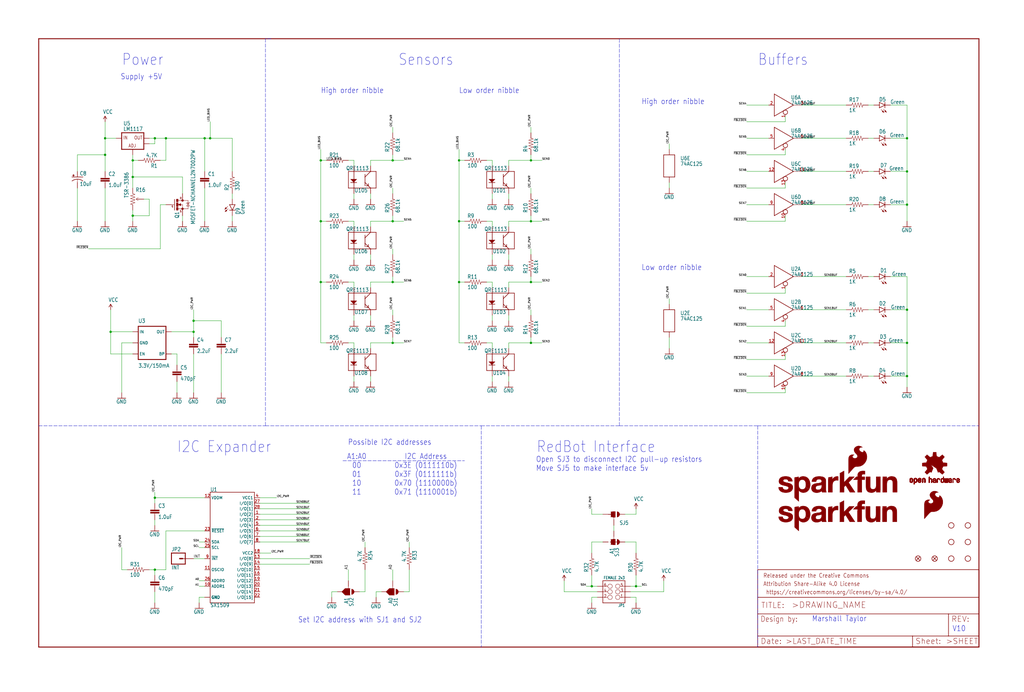
<source format=kicad_sch>
(kicad_sch (version 20211123) (generator eeschema)
  (paper "User" 470.306 317.906)
  (lib_symbols
    (symbol "eagleSchem-eagle-import:1.0UF-16V-10%(0603)"
      (property "Reference" "C" (at 1.524 2.921 0))
      (property "Value" "1.0UF-16V-10%(0603)" (at 1.524 -2.159 0))
      (symbol "1.0UF-16V-10%(0603)_1_0"
        (pin passive line (at 0 5.08 270) (length 2.54) (name "1") (number "1"))
        (pin passive line (at 0 -2.54 90) (length 2.54) (name "2") (number "2"))
      )
    )
    (symbol "eagleSchem-eagle-import:100OHM-1{slash}10W-1%(0603)"
      (property "Reference" "R" (at -3.81 1.4986 0))
      (property "Value" "100OHM-1{slash}10W-1%(0603)" (at -3.81 -3.302 0))
      (symbol "100OHM-1{slash}10W-1%(0603)_1_0"
        (pin passive line (at -5.08 0 0) (length 2.54) (name "1") (number "1"))
        (pin passive line (at 5.08 0 180) (length 2.54) (name "2") (number "2"))
      )
    )
    (symbol "eagleSchem-eagle-import:10UF-16V-10%(TANT)"
      (property "Reference" "C" (at 1.016 0.635 0))
      (property "Value" "10UF-16V-10%(TANT)" (at 1.016 -4.191 0))
      (symbol "10UF-16V-10%(TANT)_1_0"
        (pin passive line (at 0 2.54 270) (length 2.54) (name "+") (number "A"))
        (pin passive line (at 0 -5.08 90) (length 2.54) (name "-") (number "C"))
      )
    )
    (symbol "eagleSchem-eagle-import:1KOHM-1{slash}10W-1%(0603)"
      (property "Reference" "R" (at -3.81 1.4986 0))
      (property "Value" "1KOHM-1{slash}10W-1%(0603)" (at -3.81 -3.302 0))
      (symbol "1KOHM-1{slash}10W-1%(0603)_1_0"
        (pin passive line (at -5.08 0 0) (length 2.54) (name "1") (number "1"))
        (pin passive line (at 5.08 0 180) (length 2.54) (name "2") (number "2"))
      )
    )
    (symbol "eagleSchem-eagle-import:2.2UF-10V-20%(0603)"
      (property "Reference" "C" (at 1.524 2.921 0))
      (property "Value" "2.2UF-10V-20%(0603)" (at 1.524 -2.159 0))
      (symbol "2.2UF-10V-20%(0603)_1_0"
        (pin passive line (at 0 5.08 270) (length 2.54) (name "1") (number "1"))
        (pin passive line (at 0 -2.54 90) (length 2.54) (name "2") (number "2"))
      )
    )
    (symbol "eagleSchem-eagle-import:330OHM1{slash}10W1%(0603)"
      (property "Reference" "R" (at -3.81 1.4986 0))
      (property "Value" "330OHM1{slash}10W1%(0603)" (at -3.81 -3.302 0))
      (symbol "330OHM1{slash}10W1%(0603)_1_0"
        (pin passive line (at -5.08 0 0) (length 2.54) (name "1") (number "1"))
        (pin passive line (at 5.08 0 180) (length 2.54) (name "2") (number "2"))
      )
    )
    (symbol "eagleSchem-eagle-import:4.7KOHM-1{slash}10W-1%(0603)"
      (property "Reference" "R" (at -3.81 1.4986 0))
      (property "Value" "4.7KOHM-1{slash}10W-1%(0603)" (at -3.81 -3.302 0))
      (symbol "4.7KOHM-1{slash}10W-1%(0603)_1_0"
        (pin passive line (at -5.08 0 0) (length 2.54) (name "1") (number "1"))
        (pin passive line (at 5.08 0 180) (length 2.54) (name "2") (number "2"))
      )
    )
    (symbol "eagleSchem-eagle-import:470PF-50V-5%(0603)SMD"
      (property "Reference" "C" (at 1.524 2.921 0))
      (property "Value" "470PF-50V-5%(0603)SMD" (at 1.524 -2.159 0))
      (symbol "470PF-50V-5%(0603)SMD_1_0"
        (pin passive line (at 0 5.08 270) (length 2.54) (name "1") (number "1"))
        (pin passive line (at 0 -2.54 90) (length 2.54) (name "2") (number "2"))
      )
    )
    (symbol "eagleSchem-eagle-import:68.1KOHM1{slash}10W1%(0603)"
      (property "Reference" "R" (at -3.81 1.4986 0))
      (property "Value" "68.1KOHM1{slash}10W1%(0603)" (at -3.81 -3.302 0))
      (symbol "68.1KOHM1{slash}10W1%(0603)_1_0"
        (pin passive line (at -5.08 0 0) (length 2.54) (name "1") (number "1"))
        (pin passive line (at 5.08 0 180) (length 2.54) (name "2") (number "2"))
      )
    )
    (symbol "eagleSchem-eagle-import:74125"
      (property "Reference" "U" (at 5.08 2.54 0))
      (property "Value" "74125" (at 5.08 0 0))
      (symbol "74125_1_0"
        (pin bidirectional line (at 2.54 -5.08 90) (length 0) (name "~{EN}") (number "1"))
        (pin bidirectional line (at -5.08 0 0) (length 2.54) (name "D") (number "2"))
        (pin bidirectional line (at 10.16 0 180) (length 0) (name "Q") (number "3"))
      )
      (symbol "74125_2_0"
        (pin bidirectional line (at 2.54 -5.08 90) (length 0) (name "~{EN}") (number "4"))
        (pin bidirectional line (at -5.08 0 0) (length 2.54) (name "D") (number "5"))
        (pin bidirectional line (at 10.16 0 180) (length 0) (name "Q") (number "6"))
      )
      (symbol "74125_3_0"
        (pin bidirectional line (at 10.16 0 180) (length 0) (name "Q") (number "11"))
        (pin bidirectional line (at -5.08 0 0) (length 2.54) (name "D") (number "12"))
        (pin bidirectional line (at 2.54 -5.08 90) (length 0) (name "~{EN}") (number "13"))
      )
      (symbol "74125_4_0"
        (pin bidirectional line (at 2.54 -5.08 90) (length 0) (name "~{EN}") (number "10"))
        (pin bidirectional line (at 10.16 0 180) (length 0) (name "Q") (number "8"))
        (pin bidirectional line (at -5.08 0 0) (length 2.54) (name "D") (number "9"))
      )
      (symbol "74125_5_0"
        (pin bidirectional line (at 0 7.62 270) (length 2.54) (name "P$V+") (number "14"))
        (pin bidirectional line (at 0 -7.62 90) (length 2.54) (name "P$V-") (number "7"))
      )
    )
    (symbol "eagleSchem-eagle-import:FIDUCIALUFIDUCIAL")
    (symbol "eagleSchem-eagle-import:FRAME-LEDGER"
      (symbol "FRAME-LEDGER_2_0"
        (text " https://creativecommons.org/licenses/by-sa/4.0/" (at 2.54 24.13 0) (effects (font (size 1.9304 1.6408)) (justify left bottom)))
        (text ">DRAWING_NAME" (at 15.494 17.78 0) (effects (font (size 2.7432 2.7432)) (justify left bottom)))
        (text ">LAST_DATE_TIME" (at 12.7 1.27 0) (effects (font (size 2.54 2.54)) (justify left bottom)))
        (text ">SHEET" (at 86.36 1.27 0) (effects (font (size 2.54 2.54)) (justify left bottom)))
        (text "Attribution Share-Alike 4.0 License" (at 2.54 27.94 0) (effects (font (size 1.9304 1.6408)) (justify left bottom)))
        (text "Date:" (at 1.27 1.27 0) (effects (font (size 2.54 2.54)) (justify left bottom)))
        (text "Design by:" (at 1.27 11.43 0) (effects (font (size 2.54 2.159)) (justify left bottom)))
        (text "Released under the Creative Commons" (at 2.54 31.75 0) (effects (font (size 1.9304 1.6408)) (justify left bottom)))
        (text "REV:" (at 88.9 11.43 0) (effects (font (size 2.54 2.54)) (justify left bottom)))
        (text "Sheet:" (at 72.39 1.27 0) (effects (font (size 2.54 2.54)) (justify left bottom)))
        (text "TITLE:" (at 1.524 17.78 0) (effects (font (size 2.54 2.54)) (justify left bottom)))
      )
    )
    (symbol "eagleSchem-eagle-import:GND" (power)
      (property "Value" "GND" (at -2.54 -2.54 0))
      (symbol "GND_1_0"
        (pin power_in line (at 0 2.54 270) (length 2.54) (name "GND") (number "1"))
      )
    )
    (symbol "eagleSchem-eagle-import:JUMPER-PAD-3-2OF3_NC_BY_PASTE"
      (property "Reference" "SJ" (at 2.54 0.381 0))
      (property "Value" "JUMPER-PAD-3-2OF3_NC_BY_PASTE" (at 2.54 -1.905 0))
      (symbol "JUMPER-PAD-3-2OF3_NC_BY_PASTE_1_0"
        (pin passive line (at 0 5.08 270) (length 2.54) (name "1") (number "1"))
        (pin passive line (at -5.08 0 0) (length 2.54) (name "2") (number "2"))
        (pin passive line (at 0 -5.08 90) (length 2.54) (name "3") (number "3"))
      )
    )
    (symbol "eagleSchem-eagle-import:JUMPER-PAD-3-2OF3_NC_BY_TRACE_SMALL"
      (property "Reference" "SJ" (at 2.54 0.381 0))
      (property "Value" "JUMPER-PAD-3-2OF3_NC_BY_TRACE_SMALL" (at 2.54 -1.905 0))
      (symbol "JUMPER-PAD-3-2OF3_NC_BY_TRACE_SMALL_1_0"
        (pin passive line (at 0 5.08 270) (length 2.54) (name "1") (number "1"))
        (pin passive line (at -5.08 0 0) (length 2.54) (name "2") (number "2"))
        (pin passive line (at 0 -5.08 90) (length 2.54) (name "3") (number "3"))
      )
    )
    (symbol "eagleSchem-eagle-import:JUMPER-PAD-3-NC_BY_TRACE"
      (property "Reference" "SJ" (at 2.54 0.381 0))
      (property "Value" "JUMPER-PAD-3-NC_BY_TRACE" (at 2.54 -1.905 0))
      (symbol "JUMPER-PAD-3-NC_BY_TRACE_1_0"
        (pin passive line (at 0 5.08 270) (length 2.54) (name "1") (number "1"))
        (pin passive line (at -5.08 0 0) (length 2.54) (name "2") (number "2"))
        (pin passive line (at 0 -5.08 90) (length 2.54) (name "3") (number "3"))
      )
    )
    (symbol "eagleSchem-eagle-import:LED-GREEN1206-BOTTOM"
      (property "Reference" "D" (at 3.556 -4.572 90))
      (property "Value" "LED-GREEN1206-BOTTOM" (at 5.715 -4.572 90))
      (symbol "LED-GREEN1206-BOTTOM_1_0"
        (pin passive line (at 0 2.54 270) (length 2.54) (name "A") (number "A"))
        (pin passive line (at 0 -5.08 90) (length 2.54) (name "C") (number "C"))
      )
    )
    (symbol "eagleSchem-eagle-import:M01PTH"
      (property "Reference" "JP" (at -2.54 3.302 0))
      (property "Value" "M01PTH" (at -2.54 -5.08 0))
      (symbol "M01PTH_1_0"
        (pin passive line (at 7.62 0 180) (length 5.08) (name "1") (number "1"))
      )
    )
    (symbol "eagleSchem-eagle-import:M03X2FEMALE"
      (property "Reference" "JP" (at -5.08 5.588 0))
      (property "Value" "M03X2FEMALE" (at -5.08 -7.112 0))
      (symbol "M03X2FEMALE_1_0"
        (text "1" (at -4.318 2.794 0) (effects (font (size 1.4224 1.209)) (justify left bottom)))
        (text "2" (at 3.302 2.794 0) (effects (font (size 1.4224 1.209)) (justify left bottom)))
        (text "3" (at -4.318 0.254 0) (effects (font (size 1.4224 1.209)) (justify left bottom)))
        (text "4" (at 3.302 0.254 0) (effects (font (size 1.4224 1.209)) (justify left bottom)))
        (text "5" (at -4.318 -2.286 0) (effects (font (size 1.4224 1.209)) (justify left bottom)))
        (text "6" (at 3.302 -2.286 0) (effects (font (size 1.4224 1.209)) (justify left bottom)))
        (pin bidirectional line (at -7.62 2.54 0) (length 2.54) (name "1") (number "1"))
        (pin bidirectional line (at 7.62 2.54 180) (length 2.54) (name "2") (number "2"))
        (pin bidirectional line (at -7.62 0 0) (length 2.54) (name "3") (number "3"))
        (pin bidirectional line (at 7.62 0 180) (length 2.54) (name "4") (number "4"))
        (pin bidirectional line (at -7.62 -2.54 0) (length 2.54) (name "5") (number "5"))
        (pin bidirectional line (at 7.62 -2.54 180) (length 2.54) (name "6") (number "6"))
      )
    )
    (symbol "eagleSchem-eagle-import:MOSFET-NCHANNEL2N7002PW"
      (property "Reference" "Q" (at 5.08 2.54 0))
      (property "Value" "MOSFET-NCHANNEL2N7002PW" (at 5.08 0 0))
      (symbol "MOSFET-NCHANNEL2N7002PW_1_0"
        (text "D" (at -1.27 2.54 0) (effects (font (size 0.8128 0.6908)) (justify left bottom)))
        (text "G" (at -5.08 -1.27 0) (effects (font (size 0.8128 0.6908)) (justify left bottom)))
        (text "S" (at -1.27 -3.556 0) (effects (font (size 0.8128 0.6908)) (justify left bottom)))
        (pin passive line (at -7.62 0 0) (length 2.54) (name "G") (number "1"))
        (pin passive line (at 0 -5.08 90) (length 2.54) (name "S") (number "2"))
        (pin passive line (at 0 5.08 270) (length 2.54) (name "D") (number "3"))
      )
    )
    (symbol "eagleSchem-eagle-import:OSHW-LOGOS")
    (symbol "eagleSchem-eagle-import:QRE1113"
      (property "Reference" "U" (at -1.27 -7.112 0))
      (property "Value" "QRE1113" (at -1.778 3.048 0))
      (symbol "QRE1113_1_0"
        (pin bidirectional line (at 5.08 5.08 270) (length 2.54) (name "A") (number "1"))
        (pin bidirectional line (at 5.08 -7.62 90) (length 2.54) (name "K") (number "2"))
        (pin bidirectional line (at -2.54 5.08 270) (length 2.54) (name "C") (number "3"))
        (pin bidirectional line (at -2.54 -7.62 90) (length 2.54) (name "E") (number "4"))
      )
    )
    (symbol "eagleSchem-eagle-import:SFE_LOGO_FLAME.3_INCH")
    (symbol "eagleSchem-eagle-import:SFE_LOGO_NAME.2_INCH")
    (symbol "eagleSchem-eagle-import:SFE_LOGO_NAME_FLAME.2_INCH")
    (symbol "eagleSchem-eagle-import:STAND-OFF")
    (symbol "eagleSchem-eagle-import:SX1509"
      (property "Reference" "U" (at -10.16 25.654 0))
      (property "Value" "SX1509" (at -10.16 -27.432 0))
      (symbol "SX1509_1_0"
        (pin bidirectional line (at 12.7 15.24 180) (length 2.54) (name "I/O[2]") (number "1"))
        (pin bidirectional line (at -12.7 -17.78 0) (length 2.54) (name "ADDR1") (number "10"))
        (pin bidirectional line (at -12.7 -10.16 0) (length 2.54) (name "OSCIO") (number "11"))
        (pin bidirectional line (at -12.7 22.86 0) (length 2.54) (name "VDDM") (number "12"))
        (pin bidirectional line (at 12.7 -5.08 180) (length 2.54) (name "I/O[8]") (number "13"))
        (pin bidirectional line (at 12.7 -7.62 180) (length 2.54) (name "I/O[9]") (number "14"))
        (pin bidirectional line (at 12.7 -10.16 180) (length 2.54) (name "I/O[10]") (number "15"))
        (pin bidirectional line (at 12.7 -12.7 180) (length 2.54) (name "I/O[11]") (number "16"))
        (pin bidirectional line (at -12.7 -22.86 0) (length 2.54) (name "GND") (number "17"))
        (pin bidirectional line (at 12.7 -2.54 180) (length 2.54) (name "VCC2") (number "18"))
        (pin bidirectional line (at 12.7 -15.24 180) (length 2.54) (name "I/O[12]") (number "19"))
        (pin bidirectional line (at 12.7 12.7 180) (length 2.54) (name "I/O[3]") (number "2"))
        (pin bidirectional line (at 12.7 -17.78 180) (length 2.54) (name "I/O[13]") (number "20"))
        (pin bidirectional line (at 12.7 -20.32 180) (length 2.54) (name "I/O[14]") (number "21"))
        (pin bidirectional line (at 12.7 -22.86 180) (length 2.54) (name "I/O[15]") (number "22"))
        (pin bidirectional line (at -12.7 7.62 0) (length 2.54) (name "~{RESET}") (number "23"))
        (pin bidirectional line (at -12.7 2.54 0) (length 2.54) (name "SDA") (number "24"))
        (pin bidirectional line (at -12.7 0 0) (length 2.54) (name "SCL") (number "25"))
        (pin bidirectional line (at -12.7 -15.24 0) (length 2.54) (name "ADDR0") (number "26"))
        (pin bidirectional line (at 12.7 20.32 180) (length 2.54) (name "I/O[0]") (number "27"))
        (pin bidirectional line (at 12.7 17.78 180) (length 2.54) (name "I/O[1]") (number "28"))
        (pin bidirectional line (at -12.7 -22.86 0) (length 2.54) (name "GND") (number "29"))
        (pin bidirectional line (at -12.7 -22.86 0) (length 2.54) (name "GND") (number "3"))
        (pin bidirectional line (at 12.7 22.86 180) (length 2.54) (name "VCC1") (number "4"))
        (pin bidirectional line (at 12.7 10.16 180) (length 2.54) (name "I/O[4]") (number "5"))
        (pin bidirectional line (at 12.7 7.62 180) (length 2.54) (name "I/O[5]") (number "6"))
        (pin bidirectional line (at 12.7 5.08 180) (length 2.54) (name "I/O[6]") (number "7"))
        (pin bidirectional line (at 12.7 2.54 180) (length 2.54) (name "I/O[7]") (number "8"))
        (pin bidirectional line (at -12.7 -5.08 0) (length 2.54) (name "~{INT}") (number "9"))
      )
    )
    (symbol "eagleSchem-eagle-import:TRIMPOT-PTH-KNOB"
      (property "Reference" "R" (at -11.43 1.4986 0))
      (property "Value" "TRIMPOT-PTH-KNOB" (at -3.81 -3.302 0))
      (symbol "TRIMPOT-PTH-KNOB_1_0"
        (pin passive line (at -5.08 0 0) (length 2.54) (name "CCW") (number "1"))
        (pin passive line (at 0 5.08 270) (length 2.54) (name "WIPER") (number "2"))
        (pin passive line (at 5.08 0 180) (length 2.54) (name "CW") (number "3"))
      )
    )
    (symbol "eagleSchem-eagle-import:VCC" (power)
      (property "Value" "VCC" (at -1.016 3.556 0))
      (symbol "VCC_1_0"
        (pin power_in line (at 0 0 90) (length 2.54) (name "VCC") (number "1"))
      )
    )
    (symbol "eagleSchem-eagle-import:V_REG_LM1117SOT223"
      (property "Reference" "IC" (at 2.54 -7.62 0))
      (property "Value" "V_REG_LM1117SOT223" (at 2.54 -10.16 0))
      (symbol "V_REG_LM1117SOT223_1_0"
        (text "ADJ" (at -2.032 -4.318 0) (effects (font (size 1.524 1.2954)) (justify left bottom)))
        (text "IN" (at -4.445 -0.635 0) (effects (font (size 1.524 1.2954)) (justify left bottom)))
        (text "OUT" (at 0.635 -0.635 0) (effects (font (size 1.524 1.2954)) (justify left bottom)))
        (pin input line (at 0 -7.62 90) (length 2.54) (name "ADJ") (number "1"))
        (pin output line (at 7.62 0 180) (length 2.54) (name "OUT") (number "2"))
        (pin input line (at -7.62 0 0) (length 2.54) (name "IN") (number "3"))
        (pin output line (at 7.62 -2.54 180) (length 2.54) (name "OUT@1") (number "4"))
      )
    )
    (symbol "eagleSchem-eagle-import:V_REG_MIC52053.3V"
      (property "Reference" "U" (at -7.62 9.144 0))
      (property "Value" "V_REG_MIC52053.3V" (at -7.62 -11.43 0))
      (symbol "V_REG_MIC52053.3V_1_0"
        (pin input line (at -10.16 5.08 0) (length 2.54) (name "IN") (number "1"))
        (pin input line (at -10.16 0 0) (length 2.54) (name "GND") (number "2"))
        (pin input line (at -10.16 -5.08 0) (length 2.54) (name "EN") (number "3"))
        (pin input line (at 7.62 -5.08 180) (length 2.54) (name "BP") (number "4"))
        (pin passive line (at 7.62 5.08 180) (length 2.54) (name "OUT") (number "5"))
      )
    )
  )
  (junction (at 60.96 73.66))
  (junction (at 292.1 269.24))
  (junction (at 147.32 129.54))
  (junction (at 243.84 101.6))
  (junction (at 71.12 261.62))
  (junction (at 416.56 93.98))
  (junction (at 180.34 157.48))
  (junction (at 88.9 147.32))
  (junction (at 147.32 73.66))
  (junction (at 88.9 152.4))
  (junction (at 48.26 63.5))
  (junction (at 180.34 73.66))
  (junction (at 243.84 73.66))
  (junction (at 180.34 129.54))
  (junction (at 210.82 73.66))
  (junction (at 210.82 129.54))
  (junction (at 147.32 101.6))
  (junction (at 180.34 101.6))
  (junction (at 76.2 63.5))
  (junction (at 71.12 228.6))
  (junction (at 271.78 269.24))
  (junction (at 416.56 78.74))
  (junction (at 96.52 63.5))
  (junction (at 416.56 63.5))
  (junction (at 60.96 99.06))
  (junction (at 243.84 157.48))
  (junction (at 93.98 63.5))
  (junction (at 71.12 63.5))
  (junction (at 48.26 71.12))
  (junction (at 416.56 172.72))
  (junction (at 243.84 129.54))
  (junction (at 416.56 142.24))
  (junction (at 416.56 157.48))
  (junction (at 210.82 101.6))
  (junction (at 50.8 152.4))
  (junction (at 60.96 81.28))
  (wire (pts (xy 106.68 91.44) (xy 106.68 88.9)))
  (wire (pts (xy 170.18 157.48) (xy 180.34 157.48)))
  (wire (pts (xy 226.06 101.6) (xy 226.06 104.14)))
  (wire (pts (xy 226.06 119.38) (xy 226.06 116.84)))
  (wire (pts (xy 226.06 147.32) (xy 226.06 144.78)))
  (wire (pts (xy 93.98 251.46) (xy 91.44 251.46)))
  (wire (pts (xy 71.12 241.3) (xy 71.12 238.76)))
  (wire (pts (xy 243.84 88.9) (xy 243.84 86.36)))
  (wire (pts (xy 213.36 129.54) (xy 210.82 129.54)))
  (wire (pts (xy 58.42 261.62) (xy 55.88 261.62)))
  (wire (pts (xy 50.8 152.4) (xy 50.8 142.24)))
  (wire (pts (xy 165.1 271.78) (xy 167.64 271.78)))
  (wire (pts (xy 60.96 71.12) (xy 60.96 73.66)))
  (wire (pts (xy 342.9 157.48) (xy 353.06 157.48)))
  (wire (pts (xy 180.34 71.12) (xy 180.34 73.66)))
  (wire (pts (xy 233.68 73.66) (xy 243.84 73.66)))
  (wire (pts (xy 170.18 91.44) (xy 170.18 88.9)))
  (wire (pts (xy 307.34 139.7) (xy 307.34 137.16)))
  (wire (pts (xy 292.1 236.22) (xy 292.1 233.68)))
  (wire (pts (xy 93.98 248.92) (xy 91.44 248.92)))
  (wire (pts (xy 304.8 271.78) (xy 304.8 266.7)))
  (wire (pts (xy 398.78 172.72) (xy 401.32 172.72)))
  (wire (pts (xy 226.06 91.44) (xy 226.06 88.9)))
  (wire (pts (xy 147.32 73.66) (xy 147.32 68.58)))
  (wire (pts (xy 210.82 129.54) (xy 210.82 157.48)))
  (wire (pts (xy 388.62 172.72) (xy 368.3 172.72)))
  (wire (pts (xy 271.78 269.24) (xy 269.24 269.24)))
  (wire (pts (xy 170.18 73.66) (xy 180.34 73.66)))
  (wire (pts (xy 271.78 248.92) (xy 271.78 254)))
  (wire (pts (xy 292.1 269.24) (xy 292.1 264.16)))
  (wire (pts (xy 408.94 48.26) (xy 416.56 48.26)))
  (wire (pts (xy 88.9 162.56) (xy 88.9 180.34)))
  (wire (pts (xy 213.36 73.66) (xy 210.82 73.66)))
  (wire (pts (xy 93.98 86.36) (xy 93.98 101.6)))
  (wire (pts (xy 76.2 63.5) (xy 93.98 63.5)))
  (wire (pts (xy 119.38 231.14) (xy 142.24 231.14)))
  (wire (pts (xy 53.34 63.5) (xy 48.26 63.5)))
  (wire (pts (xy 78.74 152.4) (xy 88.9 152.4)))
  (wire (pts (xy 342.9 172.72) (xy 353.06 172.72)))
  (wire (pts (xy 152.4 271.78) (xy 152.4 274.32)))
  (wire (pts (xy 93.98 243.84) (xy 76.2 243.84)))
  (wire (pts (xy 149.86 101.6) (xy 147.32 101.6)))
  (wire (pts (xy 48.26 101.6) (xy 48.26 86.36)))
  (wire (pts (xy 416.56 93.98) (xy 416.56 101.6)))
  (wire (pts (xy 287.02 248.92) (xy 292.1 248.92)))
  (wire (pts (xy 368.3 142.24) (xy 388.62 142.24)))
  (wire (pts (xy 60.96 81.28) (xy 60.96 86.36)))
  (wire (pts (xy 160.02 266.7) (xy 160.02 261.62)))
  (wire (pts (xy 101.6 147.32) (xy 101.6 154.94)))
  (wire (pts (xy 276.86 248.92) (xy 271.78 248.92)))
  (wire (pts (xy 160.02 101.6) (xy 162.56 101.6)))
  (wire (pts (xy 360.68 180.34) (xy 342.9 180.34)))
  (wire (pts (xy 162.56 119.38) (xy 162.56 116.84)))
  (wire (pts (xy 60.96 73.66) (xy 60.96 81.28)))
  (wire (pts (xy 185.42 271.78) (xy 187.96 271.78)))
  (wire (pts (xy 83.82 81.28) (xy 83.82 88.9)))
  (wire (pts (xy 226.06 157.48) (xy 226.06 160.02)))
  (wire (pts (xy 259.08 271.78) (xy 274.32 271.78)))
  (wire (pts (xy 408.94 142.24) (xy 416.56 142.24)))
  (wire (pts (xy 119.38 254) (xy 124.46 254)))
  (polyline (pts (xy 121.92 17.78) (xy 121.92 195.58)))
  (wire (pts (xy 233.68 132.08) (xy 233.68 129.54)))
  (wire (pts (xy 243.84 154.94) (xy 243.84 157.48)))
  (wire (pts (xy 307.34 154.94) (xy 307.34 160.02)))
  (wire (pts (xy 243.84 73.66) (xy 248.92 73.66)))
  (wire (pts (xy 223.52 73.66) (xy 226.06 73.66)))
  (wire (pts (xy 353.06 48.26) (xy 342.9 48.26)))
  (wire (pts (xy 180.34 88.9) (xy 180.34 86.36)))
  (wire (pts (xy 162.56 175.26) (xy 162.56 172.72)))
  (wire (pts (xy 48.26 63.5) (xy 48.26 55.88)))
  (wire (pts (xy 416.56 142.24) (xy 416.56 157.48)))
  (wire (pts (xy 287.02 236.22) (xy 292.1 236.22)))
  (wire (pts (xy 368.3 78.74) (xy 388.62 78.74)))
  (wire (pts (xy 223.52 129.54) (xy 226.06 129.54)))
  (wire (pts (xy 160.02 129.54) (xy 162.56 129.54)))
  (wire (pts (xy 353.06 63.5) (xy 342.9 63.5)))
  (wire (pts (xy 360.68 149.86) (xy 360.68 147.32)))
  (wire (pts (xy 281.94 241.3) (xy 281.94 243.84)))
  (wire (pts (xy 162.56 91.44) (xy 162.56 88.9)))
  (wire (pts (xy 416.56 172.72) (xy 416.56 177.8)))
  (wire (pts (xy 408.94 157.48) (xy 416.56 157.48)))
  (wire (pts (xy 81.28 167.64) (xy 81.28 162.56)))
  (wire (pts (xy 93.98 63.5) (xy 93.98 78.74)))
  (wire (pts (xy 71.12 66.04) (xy 71.12 63.5)))
  (wire (pts (xy 408.94 78.74) (xy 416.56 78.74)))
  (wire (pts (xy 416.56 157.48) (xy 416.56 172.72)))
  (wire (pts (xy 48.26 78.74) (xy 48.26 71.12)))
  (wire (pts (xy 71.12 63.5) (xy 76.2 63.5)))
  (wire (pts (xy 180.34 99.06) (xy 180.34 101.6)))
  (wire (pts (xy 289.56 274.32) (xy 292.1 274.32)))
  (wire (pts (xy 60.96 152.4) (xy 50.8 152.4)))
  (wire (pts (xy 119.38 248.92) (xy 142.24 248.92)))
  (wire (pts (xy 55.88 261.62) (xy 55.88 251.46)))
  (wire (pts (xy 88.9 152.4) (xy 88.9 154.94)))
  (wire (pts (xy 398.78 142.24) (xy 401.32 142.24)))
  (wire (pts (xy 180.34 127) (xy 180.34 129.54)))
  (wire (pts (xy 35.56 101.6) (xy 35.56 86.36)))
  (wire (pts (xy 342.9 149.86) (xy 360.68 149.86)))
  (wire (pts (xy 233.68 91.44) (xy 233.68 88.9)))
  (wire (pts (xy 271.78 274.32) (xy 271.78 276.86)))
  (wire (pts (xy 162.56 129.54) (xy 162.56 132.08)))
  (wire (pts (xy 66.04 91.44) (xy 68.58 91.44)))
  (wire (pts (xy 73.66 114.3) (xy 40.64 114.3)))
  (wire (pts (xy 119.38 241.3) (xy 142.24 241.3)))
  (wire (pts (xy 170.18 104.14) (xy 170.18 101.6)))
  (wire (pts (xy 292.1 269.24) (xy 289.56 269.24)))
  (wire (pts (xy 60.96 162.56) (xy 50.8 162.56)))
  (wire (pts (xy 233.68 119.38) (xy 233.68 116.84)))
  (wire (pts (xy 187.96 271.78) (xy 187.96 261.62)))
  (wire (pts (xy 342.9 86.36) (xy 360.68 86.36)))
  (wire (pts (xy 180.34 144.78) (xy 180.34 142.24)))
  (wire (pts (xy 368.3 63.5) (xy 388.62 63.5)))
  (wire (pts (xy 233.68 76.2) (xy 233.68 73.66)))
  (wire (pts (xy 213.36 101.6) (xy 210.82 101.6)))
  (wire (pts (xy 71.12 264.16) (xy 71.12 261.62)))
  (wire (pts (xy 342.9 142.24) (xy 353.06 142.24)))
  (wire (pts (xy 360.68 165.1) (xy 360.68 162.56)))
  (wire (pts (xy 360.68 101.6) (xy 342.9 101.6)))
  (wire (pts (xy 233.68 129.54) (xy 243.84 129.54)))
  (wire (pts (xy 68.58 63.5) (xy 71.12 63.5)))
  (polyline (pts (xy 220.98 195.58) (xy 220.98 297.18)))
  (polyline (pts (xy 124.46 17.78) (xy 121.92 17.78)))
  (wire (pts (xy 223.52 101.6) (xy 226.06 101.6)))
  (wire (pts (xy 60.96 81.28) (xy 83.82 81.28)))
  (wire (pts (xy 368.3 93.98) (xy 388.62 93.98)))
  (wire (pts (xy 119.38 246.38) (xy 142.24 246.38)))
  (wire (pts (xy 119.38 238.76) (xy 142.24 238.76)))
  (wire (pts (xy 83.82 99.06) (xy 83.82 101.6)))
  (wire (pts (xy 360.68 101.6) (xy 360.68 99.06)))
  (wire (pts (xy 408.94 172.72) (xy 416.56 172.72)))
  (wire (pts (xy 180.34 60.96) (xy 180.34 58.42)))
  (wire (pts (xy 233.68 160.02) (xy 233.68 157.48)))
  (wire (pts (xy 170.18 175.26) (xy 170.18 172.72)))
  (wire (pts (xy 68.58 261.62) (xy 71.12 261.62)))
  (wire (pts (xy 81.28 162.56) (xy 78.74 162.56)))
  (wire (pts (xy 93.98 274.32) (xy 91.44 274.32)))
  (wire (pts (xy 243.84 144.78) (xy 243.84 142.24)))
  (wire (pts (xy 162.56 147.32) (xy 162.56 144.78)))
  (polyline (pts (xy 284.48 195.58) (xy 284.48 17.78)))
  (wire (pts (xy 119.38 233.68) (xy 142.24 233.68)))
  (wire (pts (xy 307.34 68.58) (xy 307.34 66.04)))
  (wire (pts (xy 271.78 233.68) (xy 271.78 236.22)))
  (wire (pts (xy 243.84 101.6) (xy 248.92 101.6)))
  (wire (pts (xy 398.78 93.98) (xy 401.32 93.98)))
  (wire (pts (xy 167.64 271.78) (xy 167.64 261.62)))
  (wire (pts (xy 93.98 63.5) (xy 96.52 63.5)))
  (wire (pts (xy 170.18 147.32) (xy 170.18 144.78)))
  (wire (pts (xy 71.12 228.6) (xy 71.12 226.06)))
  (wire (pts (xy 353.06 93.98) (xy 342.9 93.98)))
  (wire (pts (xy 93.98 269.24) (xy 91.44 269.24)))
  (wire (pts (xy 170.18 132.08) (xy 170.18 129.54)))
  (wire (pts (xy 50.8 162.56) (xy 50.8 152.4)))
  (wire (pts (xy 271.78 269.24) (xy 271.78 264.16)))
  (wire (pts (xy 60.96 157.48) (xy 55.88 157.48)))
  (wire (pts (xy 307.34 83.82) (xy 307.34 86.36)))
  (wire (pts (xy 243.84 60.96) (xy 243.84 58.42)))
  (wire (pts (xy 360.68 55.88) (xy 360.68 53.34)))
  (wire (pts (xy 170.18 160.02) (xy 170.18 157.48)))
  (wire (pts (xy 243.84 157.48) (xy 248.92 157.48)))
  (wire (pts (xy 360.68 180.34) (xy 360.68 177.8)))
  (wire (pts (xy 76.2 93.98) (xy 73.66 93.98)))
  (wire (pts (xy 180.34 154.94) (xy 180.34 157.48)))
  (wire (pts (xy 147.32 73.66) (xy 147.32 101.6)))
  (wire (pts (xy 73.66 93.98) (xy 73.66 114.3)))
  (wire (pts (xy 233.68 175.26) (xy 233.68 172.72)))
  (wire (pts (xy 142.24 236.22) (xy 119.38 236.22)))
  (wire (pts (xy 96.52 63.5) (xy 106.68 63.5)))
  (wire (pts (xy 368.3 127) (xy 388.62 127)))
  (wire (pts (xy 243.84 71.12) (xy 243.84 73.66)))
  (wire (pts (xy 243.84 127) (xy 243.84 129.54)))
  (wire (pts (xy 154.94 271.78) (xy 152.4 271.78)))
  (wire (pts (xy 243.84 99.06) (xy 243.84 101.6)))
  (wire (pts (xy 408.94 93.98) (xy 416.56 93.98)))
  (wire (pts (xy 73.66 73.66) (xy 76.2 73.66)))
  (wire (pts (xy 398.78 157.48) (xy 401.32 157.48)))
  (wire (pts (xy 271.78 269.24) (xy 274.32 269.24)))
  (wire (pts (xy 162.56 101.6) (xy 162.56 104.14)))
  (wire (pts (xy 401.32 63.5) (xy 398.78 63.5)))
  (wire (pts (xy 226.06 175.26) (xy 226.06 172.72)))
  (wire (pts (xy 170.18 76.2) (xy 170.18 73.66)))
  (wire (pts (xy 60.96 99.06) (xy 60.96 101.6)))
  (wire (pts (xy 416.56 48.26) (xy 416.56 63.5)))
  (wire (pts (xy 360.68 71.12) (xy 360.68 68.58)))
  (wire (pts (xy 119.38 243.84) (xy 142.24 243.84)))
  (wire (pts (xy 342.9 165.1) (xy 360.68 165.1)))
  (wire (pts (xy 353.06 78.74) (xy 342.9 78.74)))
  (polyline (pts (xy 284.48 195.58) (xy 347.98 195.58)))
  (wire (pts (xy 101.6 162.56) (xy 101.6 180.34)))
  (wire (pts (xy 91.44 274.32) (xy 91.44 276.86)))
  (polyline (pts (xy 220.98 195.58) (xy 284.48 195.58)))
  (wire (pts (xy 88.9 152.4) (xy 88.9 147.32)))
  (wire (pts (xy 223.52 157.48) (xy 226.06 157.48)))
  (wire (pts (xy 292.1 269.24) (xy 294.64 269.24)))
  (wire (pts (xy 160.02 73.66) (xy 162.56 73.66)))
  (wire (pts (xy 76.2 243.84) (xy 76.2 261.62)))
  (wire (pts (xy 55.88 157.48) (xy 55.88 180.34)))
  (wire (pts (xy 180.34 101.6) (xy 185.42 101.6)))
  (polyline (pts (xy 157.48 211.582) (xy 213.36 211.582)))
  (wire (pts (xy 71.12 231.14) (xy 71.12 228.6)))
  (wire (pts (xy 180.34 157.48) (xy 185.42 157.48)))
  (wire (pts (xy 88.9 147.32) (xy 101.6 147.32)))
  (wire (pts (xy 96.52 63.5) (xy 96.52 55.88)))
  (wire (pts (xy 162.56 157.48) (xy 162.56 160.02)))
  (wire (pts (xy 119.38 228.6) (xy 127 228.6)))
  (wire (pts (xy 76.2 73.66) (xy 76.2 63.5)))
  (wire (pts (xy 233.68 104.14) (xy 233.68 101.6)))
  (wire (pts (xy 119.38 259.08) (xy 142.24 259.08)))
  (wire (pts (xy 88.9 147.32) (xy 88.9 142.24)))
  (wire (pts (xy 292.1 248.92) (xy 292.1 254)))
  (wire (pts (xy 149.86 157.48) (xy 147.32 157.48)))
  (wire (pts (xy 63.5 73.66) (xy 60.96 73.66)))
  (wire (pts (xy 398.78 48.26) (xy 401.32 48.26)))
  (wire (pts (xy 71.12 271.78) (xy 71.12 276.86)))
  (wire (pts (xy 353.06 127) (xy 342.9 127)))
  (wire (pts (xy 68.58 66.04) (xy 71.12 66.04)))
  (wire (pts (xy 175.26 271.78) (xy 172.72 271.78)))
  (wire (pts (xy 180.34 73.66) (xy 185.42 73.66)))
  (wire (pts (xy 160.02 157.48) (xy 162.56 157.48)))
  (wire (pts (xy 187.96 251.46) (xy 187.96 248.92)))
  (polyline (pts (xy 17.78 195.58) (xy 121.92 195.58)))
  (wire (pts (xy 226.06 129.54) (xy 226.06 132.08)))
  (wire (pts (xy 360.68 71.12) (xy 342.9 71.12)))
  (wire (pts (xy 360.68 55.88) (xy 342.9 55.88)))
  (wire (pts (xy 147.32 129.54) (xy 147.32 157.48)))
  (wire (pts (xy 226.06 73.66) (xy 226.06 76.2)))
  (wire (pts (xy 210.82 73.66) (xy 210.82 101.6)))
  (wire (pts (xy 368.3 48.26) (xy 388.62 48.26)))
  (wire (pts (xy 259.08 266.7) (xy 259.08 271.78)))
  (wire (pts (xy 233.68 157.48) (xy 243.84 157.48)))
  (wire (pts (xy 68.58 99.06) (xy 60.96 99.06)))
  (polyline (pts (xy 347.98 195.58) (xy 347.98 297.18)))
  (wire (pts (xy 48.26 71.12) (xy 48.26 63.5)))
  (wire (pts (xy 210.82 73.66) (xy 210.82 68.58)))
  (wire (pts (xy 162.56 73.66) (xy 162.56 76.2)))
  (wire (pts (xy 147.32 101.6) (xy 147.32 129.54)))
  (wire (pts (xy 93.98 266.7) (xy 91.44 266.7)))
  (wire (pts (xy 408.94 127) (xy 416.56 127)))
  (wire (pts (xy 210.82 101.6) (xy 210.82 129.54)))
  (wire (pts (xy 416.56 63.5) (xy 416.56 78.74)))
  (wire (pts (xy 292.1 274.32) (xy 292.1 276.86)))
  (wire (pts (xy 106.68 63.5) (xy 106.68 78.74)))
  (wire (pts (xy 368.3 157.48) (xy 388.62 157.48)))
  (wire (pts (xy 180.34 266.7) (xy 180.34 261.62)))
  (wire (pts (xy 35.56 71.12) (xy 48.26 71.12)))
  (wire (pts (xy 180.34 116.84) (xy 180.34 114.3)))
  (wire (pts (xy 271.78 236.22) (xy 276.86 236.22)))
  (wire (pts (xy 106.68 101.6) (xy 106.68 99.06)))
  (wire (pts (xy 408.94 63.5) (xy 416.56 63.5)))
  (wire (pts (xy 360.68 134.62) (xy 360.68 132.08)))
  (wire (pts (xy 68.58 91.44) (xy 68.58 99.06)))
  (wire (pts (xy 81.28 175.26) (xy 81.28 180.34)))
  (wire (pts (xy 149.86 129.54) (xy 147.32 129.54)))
  (wire (pts (xy 274.32 274.32) (xy 271.78 274.32)))
  (wire (pts (xy 243.84 116.84) (xy 243.84 114.3)))
  (wire (pts (xy 167.64 251.46) (xy 167.64 248.92)))
  (wire (pts (xy 93.98 228.6) (xy 71.12 228.6)))
  (wire (pts (xy 93.98 256.54) (xy 88.9 256.54)))
  (wire (pts (xy 60.96 96.52) (xy 60.96 99.06)))
  (wire (pts (xy 213.36 157.48) (xy 210.82 157.48)))
  (wire (pts (xy 71.12 261.62) (xy 76.2 261.62)))
  (wire (pts (xy 398.78 127) (xy 401.32 127)))
  (wire (pts (xy 398.78 78.74) (xy 401.32 78.74)))
  (wire (pts (xy 360.68 86.36) (xy 360.68 83.82)))
  (wire (pts (xy 180.34 129.54) (xy 185.42 129.54)))
  (wire (pts (xy 233.68 101.6) (xy 243.84 101.6)))
  (wire (pts (xy 35.56 78.74) (xy 35.56 71.12)))
  (wire (pts (xy 342.9 134.62) (xy 360.68 134.62)))
  (wire (pts (xy 289.56 271.78) (xy 304.8 271.78)))
  (wire (pts (xy 416.56 127) (xy 416.56 142.24)))
  (wire (pts (xy 170.18 101.6) (xy 180.34 101.6)))
  (wire (pts (xy 170.18 129.54) (xy 180.34 129.54)))
  (wire (pts (xy 416.56 78.74) (xy 416.56 93.98)))
  (polyline (pts (xy 121.92 195.58) (xy 220.98 195.58)))
  (polyline (pts (xy 347.98 195.58) (xy 449.58 195.58)))
  (wire (pts (xy 172.72 271.78) (xy 172.72 274.32)))
  (wire (pts (xy 233.68 147.32) (xy 233.68 144.78)))
  (wire (pts (xy 149.86 73.66) (xy 147.32 73.66)))
  (wire (pts (xy 119.38 256.54) (xy 142.24 256.54)))
  (wire (pts (xy 243.84 129.54) (xy 248.92 129.54)))
  (wire (pts (xy 170.18 119.38) (xy 170.18 116.84)))
  (text "Open SJ3 to disconnect I2C pull-up resistors\nMove SJ5 to make interface 5v" (at 246.126 216.662 0) (effects (font (size 2.54 2.159)) (justify left bottom)))
  (text "Possible I2C addresses" (at 159.766 204.724 180) (effects (font (size 2.54 2.159)) (justify left bottom)))
  (text "I2C Expander" (at 81.28 208.28 180) (effects (font (size 5.08 4.318)) (justify left bottom)))
  (text "RedBot Interface" (at 246.38 208.28 180) (effects (font (size 5.08 4.318)) (justify left bottom)))
  (text "Set I2C address with SJ1 and SJ2" (at 136.906 286.258 180) (effects (font (size 2.54 2.159)) (justify left bottom)))
  (text "Marshall Taylor" (at 372.872 285.75 180) (effects (font (size 2.54 2.159)) (justify left bottom)))
  (text "Low order nibble" (at 210.82 43.18 180) (effects (font (size 2.54 2.159)) (justify left bottom)))
  (text "Low order nibble" (at 294.64 124.46 180) (effects (font (size 2.54 2.159)) (justify left bottom)))
  (text "V10" (at 437.388 290.322 180) (effects (font (size 2.54 2.159)) (justify left bottom)))
  (text "Sensors" (at 182.88 30.48 180) (effects (font (size 5.08 4.318)) (justify left bottom)))
  (text "High order nibble" (at 147.32 43.18 180) (effects (font (size 2.54 2.159)) (justify left bottom)))
  (text "High order nibble" (at 294.64 48.26 180) (effects (font (size 2.54 2.159)) (justify left bottom)))
  (text "Power" (at 55.88 30.48 180) (effects (font (size 5.08 4.318)) (justify left bottom)))
  (text "Buffers" (at 347.98 30.48 180) (effects (font (size 5.08 4.318)) (justify left bottom)))
  (text "A1:A0\n00\n01\n10\n11" (at 163.83 208.28 180) (effects (font (size 2.54 2.159)) (justify top)))
  (text "Supply +5V" (at 55.372 36.83 180) (effects (font (size 2.54 2.159)) (justify left bottom)))
  (text "I2C Address\n0x3E (0111110b)\n0x3F (0111111b)\n0x70 (1110000b)\n0x71 (1110001b)" (at 195.58 208.28 0) (effects (font (size 2.54 2.159)) (justify top)))
  (label "SDA" (at 269.24 269.24 180) (effects (font (size 0.889 0.889))))
  (label "SEN7BUF" (at 368.3 93.98 0) (effects (font (size 0.889 0.889))))
  (label "SEN4BUF" (at 142.24 241.3 180) (effects (font (size 0.889 0.889))))
  (label "SEN1" (at 248.92 101.6 0) (effects (font (size 0.889 0.889))))
  (label "SEN0BUF" (at 378.46 127 0) (effects (font (size 0.889 0.889))))
  (label "SEN5BUF" (at 142.24 243.84 180) (effects (font (size 0.889 0.889))))
  (label "LED_BIAS" (at 210.82 68.58 90) (effects (font (size 0.889 0.889))))
  (label "I2C_PWR" (at 180.34 58.42 90) (effects (font (size 0.889 0.889))))
  (label "A0" (at 91.44 266.7 180) (effects (font (size 0.889 0.889))))
  (label "~{FBLEDEN}" (at 342.9 165.1 180) (effects (font (size 0.889 0.889))))
  (label "I2C_PWR" (at 243.84 114.3 90) (effects (font (size 0.889 0.889))))
  (label "SEN6BUF" (at 368.3 78.74 0) (effects (font (size 0.889 0.889))))
  (label "I2C_PWR" (at 271.78 233.68 90) (effects (font (size 0.889 0.889))))
  (label "SEN0BUF" (at 142.24 231.14 180) (effects (font (size 0.889 0.889))))
  (label "SEN3BUF" (at 142.24 238.76 180) (effects (font (size 0.889 0.889))))
  (label "SEN5" (at 185.42 101.6 0) (effects (font (size 0.889 0.889))))
  (label "SEN3BUF" (at 378.46 172.72 0) (effects (font (size 0.889 0.889))))
  (label "SCL" (at 91.44 251.46 180) (effects (font (size 0.889 0.889))))
  (label "I2C_PWR" (at 127 228.6 0) (effects (font (size 0.889 0.889))))
  (label "~{FBLEDEN}" (at 342.9 86.36 180) (effects (font (size 0.889 0.889))))
  (label "SEN6BUF" (at 142.24 246.38 180) (effects (font (size 0.889 0.889))))
  (label "SDA" (at 91.44 248.92 180) (effects (font (size 0.889 0.889))))
  (label "~{IRLEDEN}" (at 40.64 114.3 180) (effects (font (size 0.889 0.889))))
  (label "SEN2" (at 342.9 157.48 180) (effects (font (size 0.889 0.889))))
  (label "A1" (at 160.02 261.62 90) (effects (font (size 1.2446 1.2446))))
  (label "~{IRLEDEN}" (at 142.24 256.54 0) (effects (font (size 0.889 0.889))))
  (label "~{FBLEDEN}" (at 342.9 55.88 180) (effects (font (size 0.889 0.889))))
  (label "I2C_PWR" (at 187.96 248.92 90) (effects (font (size 0.889 0.889))))
  (label "I2C_PWR" (at 71.12 226.06 90) (effects (font (size 0.889 0.889))))
  (label "SEN2BUF" (at 378.46 157.48 0) (effects (font (size 0.889 0.889))))
  (label "SEN5" (at 342.9 63.5 180) (effects (font (size 0.889 0.889))))
  (label "SEN2" (at 248.92 129.54 0) (effects (font (size 0.889 0.889))))
  (label "SEN6" (at 342.9 78.74 180) (effects (font (size 0.889 0.889))))
  (label "I2C_PWR" (at 243.84 58.42 90) (effects (font (size 0.889 0.889))))
  (label "~{FBLEDEN}" (at 142.24 259.08 0) (effects (font (size 0.889 0.889))))
  (label "I2C_PWR" (at 55.88 251.46 90) (effects (font (size 0.889 0.889))))
  (label "I2C_PWR" (at 243.84 86.36 90) (effects (font (size 0.889 0.889))))
  (label "I2C_PWR" (at 307.34 66.04 90) (effects (font (size 0.889 0.889))))
  (label "~{FBLEDEN}" (at 342.9 134.62 180) (effects (font (size 0.889 0.889))))
  (label "SEN1BUF" (at 142.24 233.68 180) (effects (font (size 0.889 0.889))))
  (label "~{FBLEDEN}" (at 342.9 71.12 180) (effects (font (size 0.889 0.889))))
  (label "SEN0" (at 342.9 127 180) (effects (font (size 0.889 0.889))))
  (label "A1" (at 91.44 269.24 180) (effects (font (size 0.889 0.889))))
  (label "I2C_PWR" (at 307.34 137.16 90) (effects (font (size 0.889 0.889))))
  (label "I2C_PWR" (at 180.34 114.3 90) (effects (font (size 0.889 0.889))))
  (label "LED_BIAS" (at 96.52 55.88 90) (effects (font (size 0.889 0.889))))
  (label "I2C_PWR" (at 124.46 254 0) (effects (font (size 0.889 0.889))))
  (label "~{FBLEDEN}" (at 342.9 101.6 180) (effects (font (size 0.889 0.889))))
  (label "SEN7" (at 185.42 157.48 0) (effects (font (size 0.889 0.889))))
  (label "SEN6" (at 185.42 129.54 0) (effects (font (size 0.889 0.889))))
  (label "SEN7" (at 342.9 93.98 180) (effects (font (size 0.889 0.889))))
  (label "SEN7BUF" (at 142.24 248.92 180) (effects (font (size 0.889 0.889))))
  (label "INT" (at 88.9 256.54 0) (effects (font (size 1.2446 1.2446))))
  (label "SEN1BUF" (at 378.46 142.24 0) (effects (font (size 0.889 0.889))))
  (label "SEN0" (at 248.92 73.66 0) (effects (font (size 0.889 0.889))))
  (label "SEN3" (at 248.92 157.48 0) (effects (font (size 0.889 0.889))))
  (label "SEN4BUF" (at 368.3 48.26 0) (effects (font (size 0.889 0.889))))
  (label "I2C_PWR" (at 180.34 86.36 90) (effects (font (size 0.889 0.889))))
  (label "SEN5BUF" (at 368.3 63.5 0) (effects (font (size 0.889 0.889))))
  (label "SEN4" (at 185.42 73.66 0) (effects (font (size 0.889 0.889))))
  (label "I2C_PWR" (at 243.84 142.24 90) (effects (font (size 0.889 0.889))))
  (label "~{FBLEDEN}" (at 342.9 180.34 180) (effects (font (size 0.889 0.889))))
  (label "LED_BIAS" (at 147.32 68.58 90) (effects (font (size 0.889 0.889))))
  (label "I2C_PWR" (at 167.64 248.92 90) (effects (font (size 0.889 0.889))))
  (label "I2C_PWR" (at 88.9 142.24 90) (effects (font (size 0.889 0.889))))
  (label "SEN1" (at 342.9 142.24 180) (effects (font (size 0.889 0.889))))
  (label "A0" (at 180.34 261.62 90) (effects (font (size 1.2446 1.2446))))
  (label "LED_BIAS" (at 149.86 73.66 0) (effects (font (size 1.016 1.016))))
  (label "SEN3" (at 342.9 172.72 180) (effects (font (size 0.889 0.889))))
  (label "I2C_PWR" (at 180.34 142.24 90) (effects (font (size 0.889 0.889))))
  (label "SEN2BUF" (at 142.24 236.22 180) (effects (font (size 0.889 0.889))))
  (label "~{FBLEDEN}" (at 342.9 149.86 180) (effects (font (size 0.889 0.889))))
  (label "SCL" (at 294.64 269.24 0) (effects (font (size 0.889 0.889))))
  (label "SEN4" (at 342.9 48.26 180) (effects (font (size 0.889 0.889))))
  (symbol (lib_id "eagleSchem-eagle-import:1KOHM-1{slash}10W-1%(0603)") (at 393.7 78.74 0) (unit 1)
    (property "Reference" "R19" (at 389.89 77.2414 0) (effects (font (size 1.778 1.5113)) (justify left bottom)))
    (property "Value" "1K" (at 389.89 82.042 0) (effects (font (size 1.778 1.5113)) (justify left bottom)))
    (property "Footprint" "eagleSchem:0603-RES" (effects hide))
  )
  (symbol (lib_id "eagleSchem-eagle-import:LED-GREEN1206-BOTTOM") (at 403.86 48.26 90) (unit 1)
    (property "Reference" "D5" (at 406.908 44.704 90) (effects (font (size 1.778 1.5113)) (justify left bottom)))
    (property "Value" "Green" (at 415.544 45.847 90) (effects (font (size 1.778 1.5113)) (justify left bottom)))
    (property "Footprint" "eagleSchem:LED-1206-BOTTOM" (effects hide))
  )
  (symbol (lib_id "eagleSchem-eagle-import:SFE_LOGO_NAME_FLAME.2_INCH") (at 356.87 230.632 0) (unit 1)
    (property "Reference" "LOGO1" (effects hide))
    (property "Value" "SFE_LOGO_NAME_FLAME.2_INCH" (effects hide))
    (property "Footprint" "eagleSchem:SFE_LOGO_NAME_FLAME_.2" (effects hide))
  )
  (symbol (lib_id "eagleSchem-eagle-import:74125") (at 358.14 127 0) (unit 1)
    (property "Reference" "U2" (at 363.22 124.46 0) (effects (font (size 1.778 1.5113)) (justify left bottom)))
    (property "Value" "74AC125" (at 363.22 127 0) (effects (font (size 1.778 1.5113)) (justify left bottom)))
    (property "Footprint" "eagleSchem:SO14" (effects hide))
  )
  (symbol (lib_id "eagleSchem-eagle-import:2.2UF-10V-20%(0603)") (at 101.6 160.02 0) (unit 1)
    (property "Reference" "C7" (at 103.124 157.099 0) (effects (font (size 1.778 1.5113)) (justify left bottom)))
    (property "Value" "2.2uF" (at 103.124 162.179 0) (effects (font (size 1.778 1.5113)) (justify left bottom)))
    (property "Footprint" "eagleSchem:0603-CAP" (effects hide))
  )
  (symbol (lib_id "eagleSchem-eagle-import:FRAME-LEDGER") (at 347.98 297.18 0) (unit 2)
    (property "Reference" "FRAME2" (effects hide))
    (property "Value" "FRAME-LEDGER" (effects hide))
    (property "Footprint" "eagleSchem:CREATIVE_COMMONS" (effects hide))
  )
  (symbol (lib_id "eagleSchem-eagle-import:LED-GREEN1206-BOTTOM") (at 403.86 63.5 90) (unit 1)
    (property "Reference" "D6" (at 406.908 59.436 90) (effects (font (size 1.778 1.5113)) (justify left bottom)))
    (property "Value" "Green" (at 415.29 61.087 90) (effects (font (size 1.778 1.5113)) (justify left bottom)))
    (property "Footprint" "eagleSchem:LED-1206-BOTTOM" (effects hide))
  )
  (symbol (lib_id "eagleSchem-eagle-import:LED-GREEN1206-BOTTOM") (at 403.86 157.48 90) (unit 1)
    (property "Reference" "D3" (at 407.162 153.67 90) (effects (font (size 1.778 1.5113)) (justify left bottom)))
    (property "Value" "Green" (at 414.782 155.321 90) (effects (font (size 1.778 1.5113)) (justify left bottom)))
    (property "Footprint" "eagleSchem:LED-1206-BOTTOM" (effects hide))
  )
  (symbol (lib_id "eagleSchem-eagle-import:GND") (at 416.56 104.14 0) (unit 1)
    (property "Reference" "#GND17" (effects hide))
    (property "Value" "GND" (at 414.02 106.68 0) (effects (font (size 1.778 1.5113)) (justify left bottom)))
    (property "Footprint" "eagleSchem:" (effects hide))
  )
  (symbol (lib_id "eagleSchem-eagle-import:M03X2FEMALE") (at 281.94 271.78 180) (unit 1)
    (property "Reference" "JP1" (at 287.02 277.368 0) (effects (font (size 1.27 1.0795)) (justify left bottom)))
    (property "Value" "FEMALE 2x3" (at 287.02 264.668 0) (effects (font (size 1.27 1.0795)) (justify left bottom)))
    (property "Footprint" "eagleSchem:2X3" (effects hide))
  )
  (symbol (lib_id "eagleSchem-eagle-import:74125") (at 358.14 48.26 0) (unit 1)
    (property "Reference" "U6" (at 363.22 45.72 0) (effects (font (size 1.778 1.5113)) (justify left bottom)))
    (property "Value" "74AC125" (at 363.22 48.26 0) (effects (font (size 1.778 1.5113)) (justify left bottom)))
    (property "Footprint" "eagleSchem:SO14" (effects hide))
  )
  (symbol (lib_id "eagleSchem-eagle-import:QRE1113") (at 167.64 81.28 0) (mirror y) (unit 1)
    (property "Reference" "U105" (at 168.91 88.392 0) (effects (font (size 1.778 1.5113)) (justify left bottom)))
    (property "Value" "QRE1113" (at 169.418 78.232 0) (effects (font (size 1.778 1.5113)) (justify left bottom)))
    (property "Footprint" "eagleSchem:QRE1113" (effects hide))
  )
  (symbol (lib_id "eagleSchem-eagle-import:FIDUCIALUFIDUCIAL") (at 421.64 256.54 0) (unit 1)
    (property "Reference" "FID1" (effects hide))
    (property "Value" "FIDUCIALUFIDUCIAL" (effects hide))
    (property "Footprint" "eagleSchem:MICRO-FIDUCIAL" (effects hide))
  )
  (symbol (lib_id "eagleSchem-eagle-import:GND") (at 170.18 149.86 0) (unit 1)
    (property "Reference" "#GND24" (effects hide))
    (property "Value" "GND" (at 167.64 152.4 0) (effects (font (size 1.778 1.5113)) (justify left bottom)))
    (property "Footprint" "eagleSchem:" (effects hide))
  )
  (symbol (lib_id "eagleSchem-eagle-import:1KOHM-1{slash}10W-1%(0603)") (at 393.7 63.5 0) (unit 1)
    (property "Reference" "R18" (at 389.89 62.0014 0) (effects (font (size 1.778 1.5113)) (justify left bottom)))
    (property "Value" "1K" (at 389.89 66.802 0) (effects (font (size 1.778 1.5113)) (justify left bottom)))
    (property "Footprint" "eagleSchem:0603-RES" (effects hide))
  )
  (symbol (lib_id "eagleSchem-eagle-import:68.1KOHM1{slash}10W1%(0603)") (at 180.34 149.86 90) (unit 1)
    (property "Reference" "R28" (at 178.8414 153.67 0) (effects (font (size 1.778 1.5113)) (justify left bottom)))
    (property "Value" "68.1k" (at 183.642 153.67 0) (effects (font (size 1.778 1.5113)) (justify left bottom)))
    (property "Footprint" "eagleSchem:0603-RES" (effects hide))
  )
  (symbol (lib_id "eagleSchem-eagle-import:GND") (at 162.56 149.86 0) (unit 1)
    (property "Reference" "#GND23" (effects hide))
    (property "Value" "GND" (at 160.02 152.4 0) (effects (font (size 1.778 1.5113)) (justify left bottom)))
    (property "Footprint" "eagleSchem:" (effects hide))
  )
  (symbol (lib_id "eagleSchem-eagle-import:74125") (at 307.34 76.2 0) (unit 5)
    (property "Reference" "U6" (at 312.42 73.66 0) (effects (font (size 1.778 1.5113)) (justify left bottom)))
    (property "Value" "74AC125" (at 312.42 76.2 0) (effects (font (size 1.778 1.5113)) (justify left bottom)))
    (property "Footprint" "eagleSchem:SO14" (effects hide))
  )
  (symbol (lib_id "eagleSchem-eagle-import:GND") (at 71.12 243.84 0) (unit 1)
    (property "Reference" "#GND32" (effects hide))
    (property "Value" "GND" (at 68.58 246.38 0) (effects (font (size 1.778 1.5113)) (justify left bottom)))
    (property "Footprint" "eagleSchem:" (effects hide))
  )
  (symbol (lib_id "eagleSchem-eagle-import:100OHM-1{slash}10W-1%(0603)") (at 154.94 157.48 0) (unit 1)
    (property "Reference" "R25" (at 151.13 155.9814 0) (effects (font (size 1.778 1.5113)) (justify left bottom)))
    (property "Value" "100" (at 151.13 160.782 0) (effects (font (size 1.778 1.5113)) (justify left bottom)))
    (property "Footprint" "eagleSchem:0603-RES" (effects hide))
  )
  (symbol (lib_id "eagleSchem-eagle-import:VCC") (at 304.8 266.7 0) (unit 1)
    (property "Reference" "#SUPPLY7" (effects hide))
    (property "Value" "VCC" (at 303.784 263.144 0) (effects (font (size 1.778 1.5113)) (justify left bottom)))
    (property "Footprint" "eagleSchem:" (effects hide))
  )
  (symbol (lib_id "eagleSchem-eagle-import:GND") (at 226.06 149.86 0) (unit 1)
    (property "Reference" "#GND9" (effects hide))
    (property "Value" "GND" (at 223.52 152.4 0) (effects (font (size 1.778 1.5113)) (justify left bottom)))
    (property "Footprint" "eagleSchem:" (effects hide))
  )
  (symbol (lib_id "eagleSchem-eagle-import:GND") (at 60.96 104.14 0) (unit 1)
    (property "Reference" "#GND3" (effects hide))
    (property "Value" "GND" (at 58.42 106.68 0) (effects (font (size 1.778 1.5113)) (justify left bottom)))
    (property "Footprint" "eagleSchem:" (effects hide))
  )
  (symbol (lib_id "eagleSchem-eagle-import:GND") (at 81.28 182.88 0) (unit 1)
    (property "Reference" "#GND29" (effects hide))
    (property "Value" "GND" (at 78.74 185.42 0) (effects (font (size 1.778 1.5113)) (justify left bottom)))
    (property "Footprint" "eagleSchem:" (effects hide))
  )
  (symbol (lib_id "eagleSchem-eagle-import:V_REG_MIC52053.3V") (at 71.12 157.48 0) (unit 1)
    (property "Reference" "U3" (at 63.5 148.336 0) (effects (font (size 1.778 1.5113)) (justify left bottom)))
    (property "Value" "3.3V/150mA" (at 63.5 168.91 0) (effects (font (size 1.778 1.5113)) (justify left bottom)))
    (property "Footprint" "eagleSchem:SOT23-5" (effects hide))
  )
  (symbol (lib_id "eagleSchem-eagle-import:68.1KOHM1{slash}10W1%(0603)") (at 180.34 121.92 90) (unit 1)
    (property "Reference" "R27" (at 178.8414 125.73 0) (effects (font (size 1.778 1.5113)) (justify left bottom)))
    (property "Value" "68.1k" (at 183.642 125.73 0) (effects (font (size 1.778 1.5113)) (justify left bottom)))
    (property "Footprint" "eagleSchem:0603-RES" (effects hide))
  )
  (symbol (lib_id "eagleSchem-eagle-import:LED-GREEN1206-BOTTOM") (at 403.86 93.98 90) (unit 1)
    (property "Reference" "D8" (at 406.908 90.424 90) (effects (font (size 1.778 1.5113)) (justify left bottom)))
    (property "Value" "Green" (at 415.29 91.567 90) (effects (font (size 1.778 1.5113)) (justify left bottom)))
    (property "Footprint" "eagleSchem:LED-1206-BOTTOM" (effects hide))
  )
  (symbol (lib_id "eagleSchem-eagle-import:V_REG_LM1117SOT223") (at 60.96 63.5 0) (unit 1)
    (property "Reference" "U5" (at 56.642 57.658 0) (effects (font (size 1.778 1.5113)) (justify left bottom)))
    (property "Value" "LM1117" (at 56.642 60.198 0) (effects (font (size 1.778 1.5113)) (justify left bottom)))
    (property "Footprint" "eagleSchem:SOT223" (effects hide))
  )
  (symbol (lib_id "eagleSchem-eagle-import:QRE1113") (at 167.64 165.1 0) (mirror y) (unit 1)
    (property "Reference" "U108" (at 168.91 172.212 0) (effects (font (size 1.778 1.5113)) (justify left bottom)))
    (property "Value" "QRE1113" (at 169.418 162.052 0) (effects (font (size 1.778 1.5113)) (justify left bottom)))
    (property "Footprint" "eagleSchem:QRE1113" (effects hide))
  )
  (symbol (lib_id "eagleSchem-eagle-import:74125") (at 358.14 63.5 0) (unit 2)
    (property "Reference" "U6" (at 363.22 60.96 0) (effects (font (size 1.778 1.5113)) (justify left bottom)))
    (property "Value" "74AC125" (at 363.22 63.5 0) (effects (font (size 1.778 1.5113)) (justify left bottom)))
    (property "Footprint" "eagleSchem:SO14" (effects hide))
  )
  (symbol (lib_id "eagleSchem-eagle-import:330OHM1{slash}10W1%(0603)") (at 106.68 83.82 90) (unit 1)
    (property "Reference" "R2" (at 105.1814 87.63 0) (effects (font (size 1.778 1.5113)) (justify left bottom)))
    (property "Value" "330" (at 109.982 87.63 0) (effects (font (size 1.778 1.5113)) (justify left bottom)))
    (property "Footprint" "eagleSchem:0603-RES" (effects hide))
  )
  (symbol (lib_id "eagleSchem-eagle-import:LED-GREEN1206-BOTTOM") (at 403.86 127 90) (unit 1)
    (property "Reference" "D1" (at 407.416 123.19 90) (effects (font (size 1.778 1.5113)) (justify left bottom)))
    (property "Value" "Green" (at 416.306 124.841 90) (effects (font (size 1.778 1.5113)) (justify left bottom)))
    (property "Footprint" "eagleSchem:LED-1206-BOTTOM" (effects hide))
  )
  (symbol (lib_id "eagleSchem-eagle-import:68.1KOHM1{slash}10W1%(0603)") (at 243.84 149.86 90) (unit 1)
    (property "Reference" "R14" (at 242.3414 153.67 0) (effects (font (size 1.778 1.5113)) (justify left bottom)))
    (property "Value" "68.1k" (at 247.142 153.67 0) (effects (font (size 1.778 1.5113)) (justify left bottom)))
    (property "Footprint" "eagleSchem:0603-RES" (effects hide))
  )
  (symbol (lib_id "eagleSchem-eagle-import:STAND-OFF") (at 444.5 248.92 0) (unit 1)
    (property "Reference" "STANDOFF4" (effects hide))
    (property "Value" "STAND-OFF" (effects hide))
    (property "Footprint" "eagleSchem:STAND-OFF" (effects hide))
  )
  (symbol (lib_id "eagleSchem-eagle-import:GND") (at 162.56 177.8 0) (unit 1)
    (property "Reference" "#GND25" (effects hide))
    (property "Value" "GND" (at 160.02 180.34 0) (effects (font (size 1.778 1.5113)) (justify left bottom)))
    (property "Footprint" "eagleSchem:" (effects hide))
  )
  (symbol (lib_id "eagleSchem-eagle-import:LED-GREEN1206-BOTTOM") (at 403.86 78.74 90) (unit 1)
    (property "Reference" "D7" (at 407.416 74.93 90) (effects (font (size 1.778 1.5113)) (justify left bottom)))
    (property "Value" "Green" (at 415.036 76.327 90) (effects (font (size 1.778 1.5113)) (justify left bottom)))
    (property "Footprint" "eagleSchem:LED-1206-BOTTOM" (effects hide))
  )
  (symbol (lib_id "eagleSchem-eagle-import:JUMPER-PAD-3-2OF3_NC_BY_PASTE") (at 160.02 271.78 270) (unit 1)
    (property "Reference" "SJ2" (at 160.401 274.32 0) (effects (font (size 1.778 1.5113)) (justify left bottom)))
    (property "Value" "A1" (at 158.115 274.32 0) (effects (font (size 1.778 1.5113)) (justify left bottom)))
    (property "Footprint" "eagleSchem:PAD-JUMPER-3-2OF3_NC_BY_PASTE_YES_SILK_FULL_BOX" (effects hide))
  )
  (symbol (lib_id "eagleSchem-eagle-import:GND") (at 101.6 182.88 0) (unit 1)
    (property "Reference" "#GND37" (effects hide))
    (property "Value" "GND" (at 99.06 185.42 0) (effects (font (size 1.778 1.5113)) (justify left bottom)))
    (property "Footprint" "eagleSchem:" (effects hide))
  )
  (symbol (lib_id "eagleSchem-eagle-import:GND") (at 55.88 182.88 0) (unit 1)
    (property "Reference" "#GND34" (effects hide))
    (property "Value" "GND" (at 53.34 185.42 0) (effects (font (size 1.778 1.5113)) (justify left bottom)))
    (property "Footprint" "eagleSchem:" (effects hide))
  )
  (symbol (lib_id "eagleSchem-eagle-import:100OHM-1{slash}10W-1%(0603)") (at 218.44 73.66 0) (unit 1)
    (property "Reference" "R3" (at 214.63 72.1614 0) (effects (font (size 1.778 1.5113)) (justify left bottom)))
    (property "Value" "100" (at 214.63 76.962 0) (effects (font (size 1.778 1.5113)) (justify left bottom)))
    (property "Footprint" "eagleSchem:0603-RES" (effects hide))
  )
  (symbol (lib_id "eagleSchem-eagle-import:4.7KOHM-1{slash}10W-1%(0603)") (at 292.1 259.08 90) (unit 1)
    (property "Reference" "R30" (at 290.6014 262.89 0) (effects (font (size 1.778 1.5113)) (justify left bottom)))
    (property "Value" "4.7K" (at 295.402 262.89 0) (effects (font (size 1.778 1.5113)) (justify left bottom)))
    (property "Footprint" "eagleSchem:0603-RES" (effects hide))
  )
  (symbol (lib_id "eagleSchem-eagle-import:GND") (at 152.4 276.86 0) (unit 1)
    (property "Reference" "#GND28" (effects hide))
    (property "Value" "GND" (at 149.86 279.4 0) (effects (font (size 1.778 1.5113)) (justify left bottom)))
    (property "Footprint" "eagleSchem:" (effects hide))
  )
  (symbol (lib_id "eagleSchem-eagle-import:74125") (at 358.14 93.98 0) (unit 4)
    (property "Reference" "U6" (at 363.22 91.44 0) (effects (font (size 1.778 1.5113)) (justify left bottom)))
    (property "Value" "74AC125" (at 363.22 93.98 0) (effects (font (size 1.778 1.5113)) (justify left bottom)))
    (property "Footprint" "eagleSchem:SO14" (effects hide))
  )
  (symbol (lib_id "eagleSchem-eagle-import:1KOHM-1{slash}10W-1%(0603)") (at 393.7 48.26 0) (unit 1)
    (property "Reference" "R17" (at 389.89 46.7614 0) (effects (font (size 1.778 1.5113)) (justify left bottom)))
    (property "Value" "1K" (at 389.89 51.562 0) (effects (font (size 1.778 1.5113)) (justify left bottom)))
    (property "Footprint" "eagleSchem:0603-RES" (effects hide))
  )
  (symbol (lib_id "eagleSchem-eagle-import:GND") (at 88.9 182.88 0) (unit 1)
    (property "Reference" "#GND33" (effects hide))
    (property "Value" "GND" (at 86.36 185.42 0) (effects (font (size 1.778 1.5113)) (justify left bottom)))
    (property "Footprint" "eagleSchem:" (effects hide))
  )
  (symbol (lib_id "eagleSchem-eagle-import:GND") (at 93.98 104.14 0) (unit 1)
    (property "Reference" "#GND4" (effects hide))
    (property "Value" "GND" (at 91.44 106.68 0) (effects (font (size 1.778 1.5113)) (justify left bottom)))
    (property "Footprint" "eagleSchem:" (effects hide))
  )
  (symbol (lib_id "eagleSchem-eagle-import:VCC") (at 292.1 233.68 0) (unit 1)
    (property "Reference" "#SUPPLY14" (effects hide))
    (property "Value" "VCC" (at 291.084 230.124 0) (effects (font (size 1.778 1.5113)) (justify left bottom)))
    (property "Footprint" "eagleSchem:" (effects hide))
  )
  (symbol (lib_id "eagleSchem-eagle-import:GND") (at 307.34 88.9 0) (unit 1)
    (property "Reference" "#GND18" (effects hide))
    (property "Value" "GND" (at 304.8 91.44 0) (effects (font (size 1.778 1.5113)) (justify left bottom)))
    (property "Footprint" "eagleSchem:" (effects hide))
  )
  (symbol (lib_id "eagleSchem-eagle-import:GND") (at 271.78 279.4 0) (unit 1)
    (property "Reference" "#GND36" (effects hide))
    (property "Value" "GND" (at 269.24 281.94 0) (effects (font (size 1.778 1.5113)) (justify left bottom)))
    (property "Footprint" "eagleSchem:" (effects hide))
  )
  (symbol (lib_id "eagleSchem-eagle-import:100OHM-1{slash}10W-1%(0603)") (at 154.94 73.66 0) (unit 1)
    (property "Reference" "R21" (at 151.13 72.1614 0) (effects (font (size 1.778 1.5113)) (justify left bottom)))
    (property "Value" "100" (at 151.13 76.962 0) (effects (font (size 1.778 1.5113)) (justify left bottom)))
    (property "Footprint" "eagleSchem:0603-RES" (effects hide))
  )
  (symbol (lib_id "eagleSchem-eagle-import:100OHM-1{slash}10W-1%(0603)") (at 63.5 261.62 0) (unit 1)
    (property "Reference" "R31" (at 59.69 260.1214 0) (effects (font (size 1.778 1.5113)) (justify left bottom)))
    (property "Value" "100" (at 59.69 264.922 0) (effects (font (size 1.778 1.5113)) (justify left bottom)))
    (property "Footprint" "eagleSchem:0603-RES" (effects hide))
  )
  (symbol (lib_id "eagleSchem-eagle-import:GND") (at 162.56 93.98 0) (unit 1)
    (property "Reference" "#GND19" (effects hide))
    (property "Value" "GND" (at 160.02 96.52 0) (effects (font (size 1.778 1.5113)) (justify left bottom)))
    (property "Footprint" "eagleSchem:" (effects hide))
  )
  (symbol (lib_id "eagleSchem-eagle-import:GND") (at 307.34 162.56 0) (unit 1)
    (property "Reference" "#GND13" (effects hide))
    (property "Value" "GND" (at 304.8 165.1 0) (effects (font (size 1.778 1.5113)) (justify left bottom)))
    (property "Footprint" "eagleSchem:" (effects hide))
  )
  (symbol (lib_id "eagleSchem-eagle-import:GND") (at 226.06 93.98 0) (unit 1)
    (property "Reference" "#GND1" (effects hide))
    (property "Value" "GND" (at 223.52 96.52 0) (effects (font (size 1.778 1.5113)) (justify left bottom)))
    (property "Footprint" "eagleSchem:" (effects hide))
  )
  (symbol (lib_id "eagleSchem-eagle-import:100OHM-1{slash}10W-1%(0603)") (at 218.44 157.48 0) (unit 1)
    (property "Reference" "R13" (at 214.63 155.9814 0) (effects (font (size 1.778 1.5113)) (justify left bottom)))
    (property "Value" "100" (at 214.63 160.782 0) (effects (font (size 1.778 1.5113)) (justify left bottom)))
    (property "Footprint" "eagleSchem:0603-RES" (effects hide))
  )
  (symbol (lib_id "eagleSchem-eagle-import:74125") (at 358.14 142.24 0) (unit 2)
    (property "Reference" "U2" (at 363.22 139.7 0) (effects (font (size 1.778 1.5113)) (justify left bottom)))
    (property "Value" "74AC125" (at 363.22 142.24 0) (effects (font (size 1.778 1.5113)) (justify left bottom)))
    (property "Footprint" "eagleSchem:SO14" (effects hide))
  )
  (symbol (lib_id "eagleSchem-eagle-import:1KOHM-1{slash}10W-1%(0603)") (at 393.7 157.48 0) (unit 1)
    (property "Reference" "R7" (at 389.89 155.9814 0) (effects (font (size 1.778 1.5113)) (justify left bottom)))
    (property "Value" "1K" (at 389.89 160.782 0) (effects (font (size 1.778 1.5113)) (justify left bottom)))
    (property "Footprint" "eagleSchem:0603-RES" (effects hide))
  )
  (symbol (lib_id "eagleSchem-eagle-import:JUMPER-PAD-3-2OF3_NC_BY_TRACE_SMALL") (at 281.94 236.22 270) (mirror x) (unit 1)
    (property "Reference" "SJ5" (at 284.48 239.141 90) (effects (font (size 1.778 1.5113)) (justify left bottom)))
    (property "Value" "JUMPER-PAD-3-2OF3_NC_BY_TRACE_SMALL" (effects hide))
    (property "Footprint" "eagleSchem:PAD-JUMPER-3-2OF3_NC_BY_TRACE_YES_SILK_FULL_BOX" (effects hide))
  )
  (symbol (lib_id "eagleSchem-eagle-import:QRE1113") (at 231.14 109.22 0) (mirror y) (unit 1)
    (property "Reference" "U102" (at 232.41 116.332 0) (effects (font (size 1.778 1.5113)) (justify left bottom)))
    (property "Value" "QRE1113" (at 232.918 106.172 0) (effects (font (size 1.778 1.5113)) (justify left bottom)))
    (property "Footprint" "eagleSchem:QRE1113" (effects hide))
  )
  (symbol (lib_id "eagleSchem-eagle-import:100OHM-1{slash}10W-1%(0603)") (at 218.44 129.54 0) (unit 1)
    (property "Reference" "R11" (at 214.63 128.0414 0) (effects (font (size 1.778 1.5113)) (justify left bottom)))
    (property "Value" "100" (at 214.63 132.842 0) (effects (font (size 1.778 1.5113)) (justify left bottom)))
    (property "Footprint" "eagleSchem:0603-RES" (effects hide))
  )
  (symbol (lib_id "eagleSchem-eagle-import:4.7KOHM-1{slash}10W-1%(0603)") (at 68.58 73.66 180) (unit 1)
    (property "Reference" "R1" (at 72.39 75.1586 0) (effects (font (size 1.778 1.5113)) (justify left bottom)))
    (property "Value" "4.7K" (at 72.39 70.358 0) (effects (font (size 1.778 1.5113)) (justify left bottom)))
    (property "Footprint" "eagleSchem:0603-RES" (effects hide))
  )
  (symbol (lib_id "eagleSchem-eagle-import:GND") (at 233.68 149.86 0) (unit 1)
    (property "Reference" "#GND10" (effects hide))
    (property "Value" "GND" (at 231.14 152.4 0) (effects (font (size 1.778 1.5113)) (justify left bottom)))
    (property "Footprint" "eagleSchem:" (effects hide))
  )
  (symbol (lib_id "eagleSchem-eagle-import:GND") (at 48.26 104.14 0) (unit 1)
    (property "Reference" "#GND5" (effects hide))
    (property "Value" "GND" (at 45.72 106.68 0) (effects (font (size 1.778 1.5113)) (justify left bottom)))
    (property "Footprint" "eagleSchem:" (effects hide))
  )
  (symbol (lib_id "eagleSchem-eagle-import:1.0UF-16V-10%(0603)") (at 93.98 83.82 0) (unit 1)
    (property "Reference" "C1" (at 95.504 80.899 0) (effects (font (size 1.778 1.5113)) (justify left bottom)))
    (property "Value" "1.0uF" (at 95.504 85.979 0) (effects (font (size 1.778 1.5113)) (justify left bottom)))
    (property "Footprint" "eagleSchem:0603-CAP" (effects hide))
  )
  (symbol (lib_id "eagleSchem-eagle-import:SX1509") (at 106.68 251.46 0) (unit 1)
    (property "Reference" "U1" (at 96.52 225.806 0) (effects (font (size 1.778 1.5113)) (justify left bottom)))
    (property "Value" "SX1509" (at 96.52 278.892 0) (effects (font (size 1.778 1.5113)) (justify left bottom)))
    (property "Footprint" "eagleSchem:QFN-28" (effects hide))
  )
  (symbol (lib_id "eagleSchem-eagle-import:GND") (at 162.56 121.92 0) (unit 1)
    (property "Reference" "#GND21" (effects hide))
    (property "Value" "GND" (at 160.02 124.46 0) (effects (font (size 1.778 1.5113)) (justify left bottom)))
    (property "Footprint" "eagleSchem:" (effects hide))
  )
  (symbol (lib_id "eagleSchem-eagle-import:68.1KOHM1{slash}10W1%(0603)") (at 243.84 121.92 90) (unit 1)
    (property "Reference" "R12" (at 242.3414 125.73 0) (effects (font (size 1.778 1.5113)) (justify left bottom)))
    (property "Value" "68.1k" (at 247.142 125.73 0) (effects (font (size 1.778 1.5113)) (justify left bottom)))
    (property "Footprint" "eagleSchem:0603-RES" (effects hide))
  )
  (symbol (lib_id "eagleSchem-eagle-import:4.7KOHM-1{slash}10W-1%(0603)") (at 271.78 259.08 90) (unit 1)
    (property "Reference" "R32" (at 270.2814 262.89 0) (effects (font (size 1.778 1.5113)) (justify left bottom)))
    (property "Value" "4.7K" (at 275.082 262.89 0) (effects (font (size 1.778 1.5113)) (justify left bottom)))
    (property "Footprint" "eagleSchem:0603-RES" (effects hide))
  )
  (symbol (lib_id "eagleSchem-eagle-import:100OHM-1{slash}10W-1%(0603)") (at 154.94 129.54 0) (unit 1)
    (property "Reference" "R24" (at 151.13 128.0414 0) (effects (font (size 1.778 1.5113)) (justify left bottom)))
    (property "Value" "100" (at 151.13 132.842 0) (effects (font (size 1.778 1.5113)) (justify left bottom)))
    (property "Footprint" "eagleSchem:0603-RES" (effects hide))
  )
  (symbol (lib_id "eagleSchem-eagle-import:74125") (at 358.14 172.72 0) (unit 4)
    (property "Reference" "U2" (at 363.22 170.18 0) (effects (font (size 1.778 1.5113)) (justify left bottom)))
    (property "Value" "74AC125" (at 363.22 172.72 0) (effects (font (size 1.778 1.5113)) (justify left bottom)))
    (property "Footprint" "eagleSchem:SO14" (effects hide))
  )
  (symbol (lib_id "eagleSchem-eagle-import:100OHM-1{slash}10W-1%(0603)") (at 218.44 101.6 0) (unit 1)
    (property "Reference" "R9" (at 214.63 100.1014 0) (effects (font (size 1.778 1.5113)) (justify left bottom)))
    (property "Value" "100" (at 214.63 104.902 0) (effects (font (size 1.778 1.5113)) (justify left bottom)))
    (property "Footprint" "eagleSchem:0603-RES" (effects hide))
  )
  (symbol (lib_id "eagleSchem-eagle-import:GND") (at 91.44 279.4 0) (unit 1)
    (property "Reference" "#GND30" (effects hide))
    (property "Value" "GND" (at 88.9 281.94 0) (effects (font (size 1.778 1.5113)) (justify left bottom)))
    (property "Footprint" "eagleSchem:" (effects hide))
  )
  (symbol (lib_id "eagleSchem-eagle-import:74125") (at 307.34 147.32 0) (unit 5)
    (property "Reference" "U2" (at 312.42 144.78 0) (effects (font (size 1.778 1.5113)) (justify left bottom)))
    (property "Value" "74AC125" (at 312.42 147.32 0) (effects (font (size 1.778 1.5113)) (justify left bottom)))
    (property "Footprint" "eagleSchem:SO14" (effects hide))
  )
  (symbol (lib_id "eagleSchem-eagle-import:STAND-OFF") (at 436.88 241.3 0) (unit 1)
    (property "Reference" "STANDOFF5" (effects hide))
    (property "Value" "STAND-OFF" (effects hide))
    (property "Footprint" "eagleSchem:STAND-OFF" (effects hide))
  )
  (symbol (lib_id "eagleSchem-eagle-import:4.7KOHM-1{slash}10W-1%(0603)") (at 167.64 256.54 270) (unit 1)
    (property "Reference" "R34" (at 169.1386 252.73 0) (effects (font (size 1.778 1.5113)) (justify left bottom)))
    (property "Value" "4.7K" (at 164.338 252.73 0) (effects (font (size 1.778 1.5113)) (justify left bottom)))
    (property "Footprint" "eagleSchem:0603-RES" (effects hide))
  )
  (symbol (lib_id "eagleSchem-eagle-import:GND") (at 233.68 121.92 0) (unit 1)
    (property "Reference" "#GND8" (effects hide))
    (property "Value" "GND" (at 231.14 124.46 0) (effects (font (size 1.778 1.5113)) (justify left bottom)))
    (property "Footprint" "eagleSchem:" (effects hide))
  )
  (symbol (lib_id "eagleSchem-eagle-import:M01PTH") (at 81.28 256.54 0) (unit 1)
    (property "Reference" "JP2" (at 78.74 253.238 0) (effects (font (size 1.778 1.5113)) (justify left bottom)))
    (property "Value" "INT" (at 78.74 261.62 0) (effects (font (size 1.778 1.5113)) (justify left bottom)))
    (property "Footprint" "eagleSchem:1X01" (effects hide))
  )
  (symbol (lib_id "eagleSchem-eagle-import:68.1KOHM1{slash}10W1%(0603)") (at 243.84 93.98 90) (unit 1)
    (property "Reference" "R10" (at 242.3414 97.79 0) (effects (font (size 1.778 1.5113)) (justify left bottom)))
    (property "Value" "68.1k" (at 247.142 97.79 0) (effects (font (size 1.778 1.5113)) (justify left bottom)))
    (property "Footprint" "eagleSchem:0603-RES" (effects hide))
  )
  (symbol (lib_id "eagleSchem-eagle-import:1KOHM-1{slash}10W-1%(0603)") (at 393.7 93.98 0) (unit 1)
    (property "Reference" "R20" (at 389.89 92.4814 0) (effects (font (size 1.778 1.5113)) (justify left bottom)))
    (property "Value" "1K" (at 389.89 97.282 0) (effects (font (size 1.778 1.5113)) (justify left bottom)))
    (property "Footprint" "eagleSchem:0603-RES" (effects hide))
  )
  (symbol (lib_id "eagleSchem-eagle-import:STAND-OFF") (at 444.5 241.3 0) (unit 1)
    (property "Reference" "STANDOFF6" (effects hide))
    (property "Value" "STAND-OFF" (effects hide))
    (property "Footprint" "eagleSchem:STAND-OFF" (effects hide))
  )
  (symbol (lib_id "eagleSchem-eagle-import:LED-GREEN1206-BOTTOM") (at 403.86 172.72 90) (unit 1)
    (property "Reference" "D4" (at 406.908 169.164 90) (effects (font (size 1.778 1.5113)) (justify left bottom)))
    (property "Value" "Green" (at 415.798 170.561 90) (effects (font (size 1.778 1.5113)) (justify left bottom)))
    (property "Footprint" "eagleSchem:LED-1206-BOTTOM" (effects hide))
  )
  (symbol (lib_id "eagleSchem-eagle-import:GND") (at 170.18 177.8 0) (unit 1)
    (property "Reference" "#GND26" (effects hide))
    (property "Value" "GND" (at 167.64 180.34 0) (effects (font (size 1.778 1.5113)) (justify left bottom)))
    (property "Footprint" "eagleSchem:" (effects hide))
  )
  (symbol (lib_id "eagleSchem-eagle-import:STAND-OFF") (at 436.88 248.92 0) (unit 1)
    (property "Reference" "STANDOFF3" (effects hide))
    (property "Value" "STAND-OFF" (effects hide))
    (property "Footprint" "eagleSchem:STAND-OFF" (effects hide))
  )
  (symbol (lib_id "eagleSchem-eagle-import:1.0UF-16V-10%(0603)") (at 48.26 83.82 0) (unit 1)
    (property "Reference" "C2" (at 49.784 80.899 0) (effects (font (size 1.778 1.5113)) (justify left bottom)))
    (property "Value" "1.0uF" (at 49.784 85.979 0) (effects (font (size 1.778 1.5113)) (justify left bottom)))
    (property "Footprint" "eagleSchem:0603-CAP" (effects hide))
  )
  (symbol (lib_id "eagleSchem-eagle-import:MOSFET-NCHANNEL2N7002PW") (at 83.82 93.98 0) (unit 1)
    (property "Reference" "Q1" (at 82.296 100.33 90) (effects (font (size 1.778 1.5113)) (justify left bottom)))
    (property "Value" "MOSFET-NCHANNEL2N7002PW" (at 89.662 103.124 90) (effects (font (size 1.778 1.5113)) (justify left bottom)))
    (property "Footprint" "eagleSchem:SOT323" (effects hide))
  )
  (symbol (lib_id "eagleSchem-eagle-import:OSHW-LOGOS") (at 429.26 213.36 0) (unit 1)
    (property "Reference" "LOGO6" (effects hide))
    (property "Value" "OSHW-LOGOS" (effects hide))
    (property "Footprint" "eagleSchem:OSHW-LOGO-S" (effects hide))
  )
  (symbol (lib_id "eagleSchem-eagle-import:SFE_LOGO_NAME.2_INCH") (at 355.6 243.84 0) (unit 1)
    (property "Reference" "LOGO2" (effects hide))
    (property "Value" "SFE_LOGO_NAME.2_INCH" (effects hide))
    (property "Footprint" "eagleSchem:SFE_LOGO_NAME_.2" (effects hide))
  )
  (symbol (lib_id "eagleSchem-eagle-import:VCC") (at 50.8 142.24 0) (unit 1)
    (property "Reference" "#P+3" (effects hide))
    (property "Value" "VCC" (at 49.784 138.684 0) (effects (font (size 1.778 1.5113)) (justify left bottom)))
    (property "Footprint" "eagleSchem:" (effects hide))
  )
  (symbol (lib_id "eagleSchem-eagle-import:VCC") (at 259.08 266.7 0) (unit 1)
    (property "Reference" "#SUPPLY13" (effects hide))
    (property "Value" "VCC" (at 258.064 263.144 0) (effects (font (size 1.778 1.5113)) (justify left bottom)))
    (property "Footprint" "eagleSchem:" (effects hide))
  )
  (symbol (lib_id "eagleSchem-eagle-import:GND") (at 71.12 279.4 0) (unit 1)
    (property "Reference" "#GND35" (effects hide))
    (property "Value" "GND" (at 68.58 281.94 0) (effects (font (size 1.778 1.5113)) (justify left bottom)))
    (property "Footprint" "eagleSchem:" (effects hide))
  )
  (symbol (lib_id "eagleSchem-eagle-import:GND") (at 292.1 279.4 0) (unit 1)
    (property "Reference" "#GND15" (effects hide))
    (property "Value" "GND" (at 289.56 281.94 0) (effects (font (size 1.778 1.5113)) (justify left bottom)))
    (property "Footprint" "eagleSchem:" (effects hide))
  )
  (symbol (lib_id "eagleSchem-eagle-import:GND") (at 233.68 93.98 0) (unit 1)
    (property "Reference" "#GND2" (effects hide))
    (property "Value" "GND" (at 231.14 96.52 0) (effects (font (size 1.778 1.5113)) (justify left bottom)))
    (property "Footprint" "eagleSchem:" (effects hide))
  )
  (symbol (lib_id "eagleSchem-eagle-import:QRE1113") (at 231.14 137.16 0) (mirror y) (unit 1)
    (property "Reference" "U103" (at 232.41 144.272 0) (effects (font (size 1.778 1.5113)) (justify left bottom)))
    (property "Value" "QRE1113" (at 232.918 134.112 0) (effects (font (size 1.778 1.5113)) (justify left bottom)))
    (property "Footprint" "eagleSchem:QRE1113" (effects hide))
  )
  (symbol (lib_id "eagleSchem-eagle-import:SFE_LOGO_FLAME.3_INCH") (at 424.18 238.76 0) (unit 1)
    (property "Reference" "LOGO5" (effects hide))
    (property "Value" "SFE_LOGO_FLAME.3_INCH" (effects hide))
    (property "Footprint" "eagleSchem:SFE_LOGO_FLAME_.3" (effects hide))
  )
  (symbol (lib_id "eagleSchem-eagle-import:GND") (at 226.06 121.92 0) (unit 1)
    (property "Reference" "#GND7" (effects hide))
    (property "Value" "GND" (at 223.52 124.46 0) (effects (font (size 1.778 1.5113)) (justify left bottom)))
    (property "Footprint" "eagleSchem:" (effects hide))
  )
  (symbol (lib_id "eagleSchem-eagle-import:10UF-16V-10%(TANT)") (at 35.56 81.28 0) (unit 1)
    (property "Reference" "C8" (at 36.576 80.645 0) (effects (font (size 1.778 1.5113)) (justify left bottom)))
    (property "Value" "10uF" (at 36.576 85.471 0) (effects (font (size 1.778 1.5113)) (justify left bottom)))
    (property "Footprint" "eagleSchem:EIA3216" (effects hide))
  )
  (symbol (lib_id "eagleSchem-eagle-import:GND") (at 35.56 104.14 0) (unit 1)
    (property "Reference" "#GND14" (effects hide))
    (property "Value" "GND" (at 33.02 106.68 0) (effects (font (size 1.778 1.5113)) (justify left bottom)))
    (property "Footprint" "eagleSchem:" (effects hide))
  )
  (symbol (lib_id "eagleSchem-eagle-import:GND") (at 83.82 104.14 0) (unit 1)
    (property "Reference" "#GND38" (effects hide))
    (property "Value" "GND" (at 81.28 106.68 0) (effects (font (size 1.778 1.5113)) (justify left bottom)))
    (property "Footprint" "eagleSchem:" (effects hide))
  )
  (symbol (lib_id "eagleSchem-eagle-import:GND") (at 416.56 180.34 0) (unit 1)
    (property "Reference" "#GND6" (effects hide))
    (property "Value" "GND" (at 414.02 182.88 0) (effects (font (size 1.778 1.5113)) (justify left bottom)))
    (property "Footprint" "eagleSchem:" (effects hide))
  )
  (symbol (lib_id "eagleSchem-eagle-import:LED-GREEN1206-BOTTOM") (at 403.86 142.24 90) (unit 1)
    (property "Reference" "D2" (at 406.908 138.43 90) (effects (font (size 1.778 1.5113)) (justify left bottom)))
    (property "Value" "Green" (at 415.798 140.081 90) (effects (font (size 1.778 1.5113)) (justify left bottom)))
    (property "Footprint" "eagleSchem:LED-1206-BOTTOM" (effects hide))
  )
  (symbol (lib_id "eagleSchem-eagle-import:2.2UF-10V-20%(0603)") (at 88.9 160.02 0) (unit 1)
    (property "Reference" "C4" (at 90.424 157.099 0) (effects (font (size 1.778 1.5113)) (justify left bottom)))
    (property "Value" "2.2uF" (at 90.424 162.179 0) (effects (font (size 1.778 1.5113)) (justify left bottom)))
    (property "Footprint" "eagleSchem:0603-CAP" (effects hide))
  )
  (symbol (lib_id "eagleSchem-eagle-import:FRAME-LEDGER") (at 17.78 297.18 0) (unit 1)
    (property "Reference" "FRAME2" (effects hide))
    (property "Value" "FRAME-LEDGER" (effects hide))
    (property "Footprint" "eagleSchem:CREATIVE_COMMONS" (effects hide))
  )
  (symbol (lib_id "eagleSchem-eagle-import:GND") (at 170.18 121.92 0) (unit 1)
    (property "Reference" "#GND22" (effects hide))
    (property "Value" "GND" (at 167.64 124.46 0) (effects (font (size 1.778 1.5113)) (justify left bottom)))
    (property "Footprint" "eagleSchem:" (effects hide))
  )
  (symbol (lib_id "eagleSchem-eagle-import:JUMPER-PAD-3-2OF3_NC_BY_PASTE") (at 180.34 271.78 270) (unit 1)
    (property "Reference" "SJ1" (at 180.721 274.32 0) (effects (font (size 1.778 1.5113)) (justify left bottom)))
    (property "Value" "A0" (at 178.435 274.32 0) (effects (font (size 1.778 1.5113)) (justify left bottom)))
    (property "Footprint" "eagleSchem:PAD-JUMPER-3-2OF3_NC_BY_PASTE_YES_SILK_FULL_BOX" (effects hide))
  )
  (symbol (lib_id "eagleSchem-eagle-import:GND") (at 172.72 276.86 0) (unit 1)
    (property "Reference" "#GND27" (effects hide))
    (property "Value" "GND" (at 170.18 279.4 0) (effects (font (size 1.778 1.5113)) (justify left bottom)))
    (property "Footprint" "eagleSchem:" (effects hide))
  )
  (symbol (lib_id "eagleSchem-eagle-import:GND") (at 233.68 177.8 0) (unit 1)
    (property "Reference" "#GND12" (effects hide))
    (property "Value" "GND" (at 231.14 180.34 0) (effects (font (size 1.778 1.5113)) (justify left bottom)))
    (property "Footprint" "eagleSchem:" (effects hide))
  )
  (symbol (lib_id "eagleSchem-eagle-import:100OHM-1{slash}10W-1%(0603)") (at 154.94 101.6 0) (unit 1)
    (property "Reference" "R23" (at 151.13 100.1014 0) (effects (font (size 1.778 1.5113)) (justify left bottom)))
    (property "Value" "100" (at 151.13 104.902 0) (effects (font (size 1.778 1.5113)) (justify left bottom)))
    (property "Footprint" "eagleSchem:0603-RES" (effects hide))
  )
  (symbol (lib_id "eagleSchem-eagle-import:74125") (at 358.14 157.48 0) (unit 3)
    (property "Reference" "U2" (at 363.22 154.94 0) (effects (font (size 1.778 1.5113)) (justify left bottom)))
    (property "Value" "74AC125" (at 363.22 157.48 0) (effects (font (size 1.778 1.5113)) (justify left bottom)))
    (property "Footprint" "eagleSchem:SO14" (effects hide))
  )
  (symbol (lib_id "eagleSchem-eagle-import:68.1KOHM1{slash}10W1%(0603)") (at 180.34 66.04 90) (unit 1)
    (property "Reference" "R22" (at 178.8414 69.85 0) (effects (font (size 1.778 1.5113)) (justify left bottom)))
    (property "Value" "68.1k" (at 183.642 69.85 0) (effects (font (size 1.778 1.5113)) (justify left bottom)))
    (property "Footprint" "eagleSchem:0603-RES" (effects hide))
  )
  (symbol (lib_id "eagleSchem-eagle-import:4.7KOHM-1{slash}10W-1%(0603)") (at 187.96 256.54 270) (unit 1)
    (property "Reference" "R33" (at 189.4586 252.73 0) (effects (font (size 1.778 1.5113)) (justify left bottom)))
    (property "Value" "4.7K" (at 184.658 252.73 0) (effects (font (size 1.778 1.5113)) (justify left bottom)))
    (property "Footprint" "eagleSchem:0603-RES" (effects hide))
  )
  (symbol (lib_id "eagleSchem-eagle-import:470PF-50V-5%(0603)SMD") (at 71.12 269.24 0) (unit 1)
    (property "Reference" "C6" (at 72.644 266.319 0) (effects (font (size 1.778 1.5113)) (justify left bottom)))
    (property "Value" "470pF" (at 72.644 271.399 0) (effects (font (size 1.778 1.5113)) (justify left bottom)))
    (property "Footprint" "eagleSchem:0603-CAP" (effects hide))
  )
  (symbol (lib_id "eagleSchem-eagle-import:GND") (at 106.68 104.14 0) (unit 1)
    (property "Reference" "#GND16" (effects hide))
    (property "Value" "GND" (at 104.14 106.68 0) (effects (font (size 1.778 1.5113)) (justify left bottom)))
    (property "Footprint" "eagleSchem:" (effects hide))
  )
  (symbol (lib_id "eagleSchem-eagle-import:1.0UF-16V-10%(0603)") (at 71.12 236.22 0) (unit 1)
    (property "Reference" "C3" (at 72.644 233.299 0) (effects (font (size 1.778 1.5113)) (justify left bottom)))
    (property "Value" "1.0uF" (at 72.644 238.379 0) (effects (font (size 1.778 1.5113)) (justify left bottom)))
    (property "Footprint" "eagleSchem:0603-CAP" (effects hide))
  )
  (symbol (lib_id "eagleSchem-eagle-import:GND") (at 226.06 177.8 0) (unit 1)
    (property "Reference" "#GND11" (effects hide))
    (property "Value" "GND" (at 223.52 180.34 0) (effects (font (size 1.778 1.5113)) (justify left bottom)))
    (property "Footprint" "eagleSchem:" (effects hide))
  )
  (symbol (lib_id "eagleSchem-eagle-import:JUMPER-PAD-3-NC_BY_TRACE") (at 281.94 248.92 270) (unit 1)
    (property "Reference" "SJ3" (at 282.321 251.46 0) (effects (font (size 1.778 1.5113)) (justify left bottom)))
    (property "Value" "A1" (at 280.035 251.46 0) (effects (font (size 1.778 1.5113)) (justify left bottom)))
    (property "Footprint" "eagleSchem:PAD-JUMPER-3-3OF3_NC_BY_TRACE_YES_SILK_FULL_BOX" (effects hide))
  )
  (symbol (lib_id "eagleSchem-eagle-import:68.1KOHM1{slash}10W1%(0603)") (at 243.84 66.04 90) (unit 1)
    (property "Reference" "R4" (at 242.3414 69.85 0) (effects (font (size 1.778 1.5113)) (justify left bottom)))
    (property "Value" "68.1k" (at 247.142 69.85 0) (effects (font (size 1.778 1.5113)) (justify left bottom)))
    (property "Footprint" "eagleSchem:0603-RES" (effects hide))
  )
  (symbol (lib_id "eagleSchem-eagle-import:LED-GREEN1206-BOTTOM") (at 106.68 93.98 0) (unit 1)
    (property "Reference" "D9" (at 110.236 98.552 90) (effects (font (size 1.778 1.5113)) (justify left bottom)))
    (property "Value" "Green" (at 112.395 98.552 90) (effects (font (size 1.778 1.5113)) (justify left bottom)))
    (property "Footprint" "eagleSchem:LED-1206-BOTTOM" (effects hide))
  )
  (symbol (lib_id "eagleSchem-eagle-import:STAND-OFF") (at 436.88 256.54 0) (unit 1)
    (property "Reference" "STANDOFF1" (effects hide))
    (property "Value" "STAND-OFF" (effects hide))
    (property "Footprint" "eagleSchem:STAND-OFF" (effects hide))
  )
  (symbol (lib_id "eagleSchem-eagle-import:VCC") (at 48.26 55.88 0) (unit 1)
    (property "Reference" "#SUPPLY1" (effects hide))
    (property "Value" "VCC" (at 47.244 52.324 0) (effects (font (size 1.778 1.5113)) (justify left bottom)))
    (property "Footprint" "eagleSchem:" (effects hide))
  )
  (symbol (lib_id "eagleSchem-eagle-import:QRE1113") (at 167.64 137.16 0) (mirror y) (unit 1)
    (property "Reference" "U107" (at 168.91 144.272 0) (effects (font (size 1.778 1.5113)) (justify left bottom)))
    (property "Value" "QRE1113" (at 169.418 134.112 0) (effects (font (size 1.778 1.5113)) (justify left bottom)))
    (property "Footprint" "eagleSchem:QRE1113" (effects hide))
  )
  (symbol (lib_id "eagleSchem-eagle-import:QRE1113") (at 231.14 81.28 0) (mirror y) (unit 1)
    (property "Reference" "U101" (at 232.41 88.392 0) (effects (font (size 1.778 1.5113)) (justify left bottom)))
    (property "Value" "QRE1113" (at 232.918 78.232 0) (effects (font (size 1.778 1.5113)) (justify left bottom)))
    (property "Footprint" "eagleSchem:QRE1113" (effects hide))
  )
  (symbol (lib_id "eagleSchem-eagle-import:1KOHM-1{slash}10W-1%(0603)") (at 393.7 172.72 0) (unit 1)
    (property "Reference" "R8" (at 389.89 171.2214 0) (effects (font (size 1.778 1.5113)) (justify left bottom)))
    (property "Value" "1K" (at 389.89 176.022 0) (effects (font (size 1.778 1.5113)) (justify left bottom)))
    (property "Footprint" "eagleSchem:0603-RES" (effects hide))
  )
  (symbol (lib_id "eagleSchem-eagle-import:QRE1113") (at 231.14 165.1 0) (mirror y) (unit 1)
    (property "Reference" "U104" (at 232.41 172.212 0) (effects (font (size 1.778 1.5113)) (justify left bottom)))
    (property "Value" "QRE1113" (at 232.918 162.052 0) (effects (font (size 1.778 1.5113)) (justify left bottom)))
    (property "Footprint" "eagleSchem:QRE1113" (effects hide))
  )
  (symbol (lib_id "eagleSchem-eagle-import:QRE1113") (at 167.64 109.22 0) (mirror y) (unit 1)
    (property "Reference" "U106" (at 168.91 116.332 0) (effects (font (size 1.778 1.5113)) (justify left bottom)))
    (property "Value" "QRE1113" (at 169.418 106.172 0) (effects (font (size 1.778 1.5113)) (justify left bottom)))
    (property "Footprint" "eagleSchem:QRE1113" (effects hide))
  )
  (symbol (lib_id "eagleSchem-eagle-import:1KOHM-1{slash}10W-1%(0603)") (at 393.7 142.24 0) (unit 1)
    (property "Reference" "R6" (at 389.89 140.7414 0) (effects (font (size 1.778 1.5113)) (justify left bottom)))
    (property "Value" "1K" (at 389.89 145.542 0) (effects (font (size 1.778 1.5113)) (justify left bottom)))
    (property "Footprint" "eagleSchem:0603-RES" (effects hide))
  )
  (symbol (lib_id "eagleSchem-eagle-import:FIDUCIALUFIDUCIAL") (at 429.26 256.54 0) (unit 1)
    (property "Reference" "FID2" (effects hide))
    (property "Value" "FIDUCIALUFIDUCIAL" (effects hide))
    (property "Footprint" "eagleSchem:MICRO-FIDUCIAL" (effects hide))
  )
  (symbol (lib_id "eagleSchem-eagle-import:GND") (at 170.18 93.98 0) (unit 1)
    (property "Reference" "#GND20" (effects hide))
    (property "Value" "GND" (at 167.64 96.52 0) (effects (font (size 1.778 1.5113)) (justify left bottom)))
    (property "Footprint" "eagleSchem:" (effects hide))
  )
  (symbol (lib_id "eagleSchem-eagle-import:TRIMPOT-PTH-KNOB") (at 60.96 91.44 270) (unit 1)
    (property "Reference" "R16" (at 62.23 88.1634 90) (effects (font (size 1.778 1.5113)) (justify left bottom)))
    (property "Value" "TSR-3386" (at 57.15 78.994 0) (effects (font (size 1.778 1.5113)) (justify left bottom)))
    (property "Footprint" "eagleSchem:3386U" (effects hide))
  )
  (symbol (lib_id "eagleSchem-eagle-import:74125") (at 358.14 78.74 0) (unit 3)
    (property "Reference" "U6" (at 363.22 76.2 0) (effects (font (size 1.778 1.5113)) (justify left bottom)))
    (property "Value" "74AC125" (at 363.22 78.74 0) (effects (font (size 1.778 1.5113)) (justify left bottom)))
    (property "Footprint" "eagleSchem:SO14" (effects hide))
  )
  (symbol (lib_id "eagleSchem-eagle-import:68.1KOHM1{slash}10W1%(0603)") (at 180.34 93.98 90) (unit 1)
    (property "Reference" "R26" (at 178.8414 97.79 0) (effects (font (size 1.778 1.5113)) (justify left bottom)))
    (property "Value" "68.1k" (at 183.642 97.79 0) (effects (font (size 1.778 1.5113)) (justify left bottom)))
    (property "Footprint" "eagleSchem:0603-RES" (effects hide))
  )
  (symbol (lib_id "eagleSchem-eagle-import:STAND-OFF") (at 444.5 256.54 0) (unit 1)
    (property "Reference" "STANDOFF2" (effects hide))
    (property "Value" "STAND-OFF" (effects hide))
    (property "Footprint" "eagleSchem:STAND-OFF" (effects hide))
  )
  (symbol (lib_id "eagleSchem-eagle-import:1KOHM-1{slash}10W-1%(0603)") (at 393.7 127 0) (unit 1)
    (property "Reference" "R5" (at 389.89 125.5014 0) (effects (font (size 1.778 1.5113)) (justify left bottom)))
    (property "Value" "1K" (at 389.89 130.302 0) (effects (font (size 1.778 1.5113)) (justify left bottom)))
    (property "Footprint" "eagleSchem:0603-RES" (effects hide))
  )
  (symbol (lib_id "eagleSchem-eagle-import:470PF-50V-5%(0603)SMD") (at 81.28 172.72 0) (unit 1)
    (property "Reference" "C5" (at 82.804 169.799 0) (effects (font (size 1.778 1.5113)) (justify left bottom)))
    (property "Value" "470pF" (at 82.804 174.879 0) (effects (font (size 1.778 1.5113)) (justify left bottom)))
    (property "Footprint" "eagleSchem:0603-CAP" (effects hide))
  )
)
</source>
